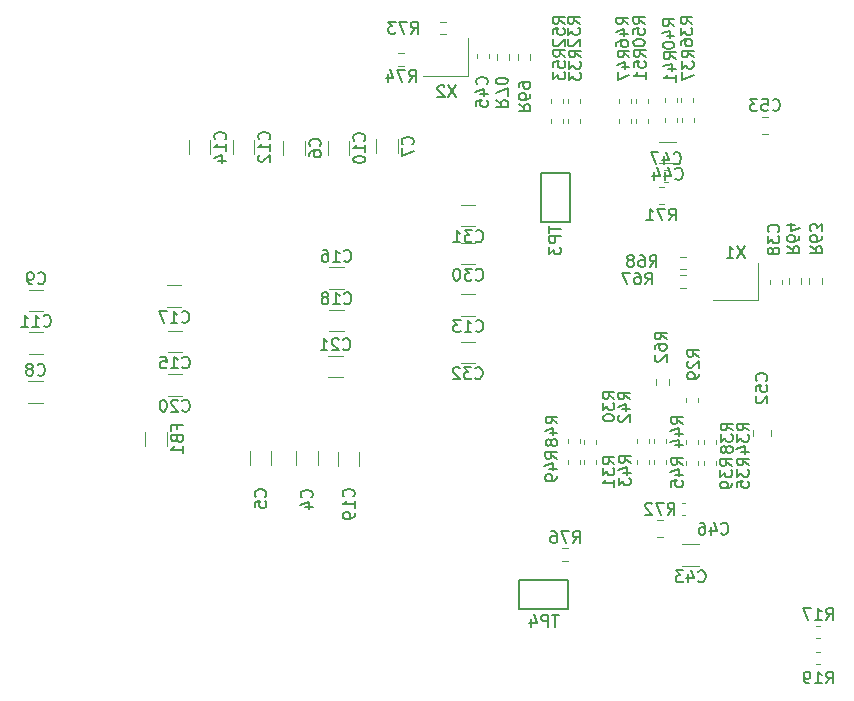
<source format=gbr>
G04 #@! TF.GenerationSoftware,KiCad,Pcbnew,5.1.10-88a1d61d58~90~ubuntu20.04.1*
G04 #@! TF.CreationDate,2021-09-12T22:34:26-04:00*
G04 #@! TF.ProjectId,UnwaryNuc,556e7761-7279-44e7-9563-2e6b69636164,rev?*
G04 #@! TF.SameCoordinates,Original*
G04 #@! TF.FileFunction,Legend,Bot*
G04 #@! TF.FilePolarity,Positive*
%FSLAX46Y46*%
G04 Gerber Fmt 4.6, Leading zero omitted, Abs format (unit mm)*
G04 Created by KiCad (PCBNEW 5.1.10-88a1d61d58~90~ubuntu20.04.1) date 2021-09-12 22:34:26*
%MOMM*%
%LPD*%
G01*
G04 APERTURE LIST*
%ADD10C,0.150000*%
%ADD11C,0.120000*%
G04 APERTURE END LIST*
D10*
X166249200Y-77741200D02*
X166249200Y-73541200D01*
X166249200Y-73541200D02*
X163849200Y-73541200D01*
X163849200Y-73541200D02*
X163849200Y-77741200D01*
X163849200Y-77741200D02*
X166249200Y-77741200D01*
D11*
X165711600Y-69018333D02*
X165711600Y-69360867D01*
X164691600Y-69018333D02*
X164691600Y-69360867D01*
X164673600Y-67659067D02*
X164673600Y-67316533D01*
X165693600Y-67659067D02*
X165693600Y-67316533D01*
X172881300Y-68967533D02*
X172881300Y-69310067D01*
X171861300Y-68967533D02*
X171861300Y-69310067D01*
X171861300Y-67608267D02*
X171861300Y-67265733D01*
X172881300Y-67608267D02*
X172881300Y-67265733D01*
X171426600Y-68967533D02*
X171426600Y-69310067D01*
X170406600Y-68967533D02*
X170406600Y-69310067D01*
X170414500Y-67608267D02*
X170414500Y-67265733D01*
X171434500Y-67608267D02*
X171434500Y-67265733D01*
X175287400Y-68916733D02*
X175287400Y-69259267D01*
X174267400Y-68916733D02*
X174267400Y-69259267D01*
X174273800Y-67557467D02*
X174273800Y-67214933D01*
X175293800Y-67557467D02*
X175293800Y-67214933D01*
X176735200Y-68916733D02*
X176735200Y-69259267D01*
X175715200Y-68916733D02*
X175715200Y-69259267D01*
X175689800Y-67557467D02*
X175689800Y-67214933D01*
X176709800Y-67557467D02*
X176709800Y-67214933D01*
X167108600Y-69018333D02*
X167108600Y-69360867D01*
X166088600Y-69018333D02*
X166088600Y-69360867D01*
X166097000Y-67659067D02*
X166097000Y-67316533D01*
X167117000Y-67659067D02*
X167117000Y-67316533D01*
X166116724Y-106389700D02*
X165607276Y-106389700D01*
X166116724Y-105344700D02*
X165607276Y-105344700D01*
X151738876Y-63434700D02*
X152248324Y-63434700D01*
X151738876Y-64479700D02*
X152248324Y-64479700D01*
X155804324Y-61838100D02*
X155294876Y-61838100D01*
X155804324Y-60793100D02*
X155294876Y-60793100D01*
X174115464Y-104417800D02*
X173661336Y-104417800D01*
X174115464Y-102947800D02*
X173661336Y-102947800D01*
X173762936Y-74753800D02*
X174217064Y-74753800D01*
X173762936Y-76223800D02*
X174217064Y-76223800D01*
X160056300Y-64008724D02*
X160056300Y-63499276D01*
X161101300Y-64008724D02*
X161101300Y-63499276D01*
X161834300Y-64008724D02*
X161834300Y-63499276D01*
X162879300Y-64008724D02*
X162879300Y-63499276D01*
X175614876Y-80655900D02*
X176124324Y-80655900D01*
X175614876Y-81700900D02*
X176124324Y-81700900D01*
X175614876Y-82230700D02*
X176124324Y-82230700D01*
X175614876Y-83275700D02*
X176124324Y-83275700D01*
X184795900Y-83007924D02*
X184795900Y-82498476D01*
X185840900Y-83007924D02*
X185840900Y-82498476D01*
X186523100Y-83007924D02*
X186523100Y-82498476D01*
X187568100Y-83007924D02*
X187568100Y-82498476D01*
X174614100Y-91032876D02*
X174614100Y-91542324D01*
X173569100Y-91032876D02*
X173569100Y-91542324D01*
X183039652Y-70280200D02*
X182517148Y-70280200D01*
X183039652Y-68810200D02*
X182517148Y-68810200D01*
X183259400Y-95344348D02*
X183259400Y-95866852D01*
X181789400Y-95344348D02*
X181789400Y-95866852D01*
X174542667Y-74322400D02*
X174250133Y-74322400D01*
X174542667Y-73302400D02*
X174250133Y-73302400D01*
X176015867Y-102516400D02*
X175723333Y-102516400D01*
X176015867Y-101496400D02*
X175723333Y-101496400D01*
X159412400Y-63506133D02*
X159412400Y-63798667D01*
X158392400Y-63506133D02*
X158392400Y-63798667D01*
X173837548Y-70921200D02*
X175260052Y-70921200D01*
X173837548Y-72741200D02*
X175260052Y-72741200D01*
X175767948Y-105008000D02*
X177190452Y-105008000D01*
X175767948Y-106828000D02*
X177190452Y-106828000D01*
X184202800Y-82657733D02*
X184202800Y-82950267D01*
X183182800Y-82657733D02*
X183182800Y-82950267D01*
X157602000Y-65329000D02*
X153802000Y-65329000D01*
X157602000Y-62179000D02*
X157602000Y-65329000D01*
X182189200Y-84328200D02*
X178389200Y-84328200D01*
X182189200Y-81178200D02*
X182189200Y-84328200D01*
D10*
X161933200Y-108070800D02*
X161933200Y-110470800D01*
X166133200Y-108070800D02*
X161933200Y-108070800D01*
X166133200Y-110470800D02*
X166133200Y-108070800D01*
X161933200Y-110470800D02*
X166133200Y-110470800D01*
D11*
X167083200Y-97847333D02*
X167083200Y-98189867D01*
X166063200Y-97847333D02*
X166063200Y-98189867D01*
X166063200Y-96437267D02*
X166063200Y-96094733D01*
X167083200Y-96437267D02*
X167083200Y-96094733D01*
X174398400Y-97872733D02*
X174398400Y-98215267D01*
X173378400Y-97872733D02*
X173378400Y-98215267D01*
X173378400Y-96462667D02*
X173378400Y-96120133D01*
X174398400Y-96462667D02*
X174398400Y-96120133D01*
X172950600Y-97861333D02*
X172950600Y-98203867D01*
X171930600Y-97861333D02*
X171930600Y-98203867D01*
X171930600Y-96437267D02*
X171930600Y-96094733D01*
X172950600Y-96437267D02*
X172950600Y-96094733D01*
X177141600Y-97948933D02*
X177141600Y-98291467D01*
X176121600Y-97948933D02*
X176121600Y-98291467D01*
X176096200Y-96538867D02*
X176096200Y-96196333D01*
X177116200Y-96538867D02*
X177116200Y-96196333D01*
X178589400Y-97948933D02*
X178589400Y-98291467D01*
X177569400Y-97948933D02*
X177569400Y-98291467D01*
X177588200Y-96538867D02*
X177588200Y-96196333D01*
X178608200Y-96538867D02*
X178608200Y-96196333D01*
X168505600Y-97898133D02*
X168505600Y-98240667D01*
X167485600Y-97898133D02*
X167485600Y-98240667D01*
X167485600Y-96488067D02*
X167485600Y-96145533D01*
X168505600Y-96488067D02*
X168505600Y-96145533D01*
X176070800Y-92932067D02*
X176070800Y-92589533D01*
X177090800Y-92932067D02*
X177090800Y-92589533D01*
X187420067Y-115148000D02*
X187077533Y-115148000D01*
X187420067Y-114128000D02*
X187077533Y-114128000D01*
X187077533Y-111910400D02*
X187420067Y-111910400D01*
X187077533Y-112930400D02*
X187420067Y-112930400D01*
X130306400Y-96664864D02*
X130306400Y-95460736D01*
X132126400Y-96664864D02*
X132126400Y-95460736D01*
X156997936Y-87840000D02*
X158202064Y-87840000D01*
X156997936Y-89660000D02*
X158202064Y-89660000D01*
X157047936Y-76240000D02*
X158252064Y-76240000D01*
X157047936Y-78060000D02*
X158252064Y-78060000D01*
X157047936Y-81310000D02*
X158252064Y-81310000D01*
X157047936Y-79490000D02*
X158252064Y-79490000D01*
X147014564Y-90860000D02*
X145810436Y-90860000D01*
X147014564Y-89040000D02*
X145810436Y-89040000D01*
X132197936Y-90590000D02*
X133402064Y-90590000D01*
X132197936Y-92410000D02*
X133402064Y-92410000D01*
X146613200Y-98403164D02*
X146613200Y-97199036D01*
X148433200Y-98403164D02*
X148433200Y-97199036D01*
X147102064Y-86960000D02*
X145897936Y-86960000D01*
X147102064Y-85140000D02*
X145897936Y-85140000D01*
X132147936Y-83090000D02*
X133352064Y-83090000D01*
X132147936Y-84910000D02*
X133352064Y-84910000D01*
X147102064Y-83360000D02*
X145897936Y-83360000D01*
X147102064Y-81540000D02*
X145897936Y-81540000D01*
X132197936Y-88760000D02*
X133402064Y-88760000D01*
X132197936Y-86940000D02*
X133402064Y-86940000D01*
X133964000Y-71976064D02*
X133964000Y-70771936D01*
X135784000Y-71976064D02*
X135784000Y-70771936D01*
X157047936Y-83840000D02*
X158252064Y-83840000D01*
X157047936Y-85660000D02*
X158252064Y-85660000D01*
X137690000Y-71964564D02*
X137690000Y-70760436D01*
X139510000Y-71964564D02*
X139510000Y-70760436D01*
X121664564Y-88860000D02*
X120460436Y-88860000D01*
X121664564Y-87040000D02*
X120460436Y-87040000D01*
X145740000Y-72064564D02*
X145740000Y-70860436D01*
X147560000Y-72064564D02*
X147560000Y-70860436D01*
X121664564Y-85260000D02*
X120460436Y-85260000D01*
X121664564Y-83440000D02*
X120460436Y-83440000D01*
X121614564Y-93010000D02*
X120410436Y-93010000D01*
X121614564Y-91190000D02*
X120410436Y-91190000D01*
X149840000Y-71914564D02*
X149840000Y-70710436D01*
X151660000Y-71914564D02*
X151660000Y-70710436D01*
X141990000Y-72052064D02*
X141990000Y-70847936D01*
X143810000Y-72052064D02*
X143810000Y-70847936D01*
X139140000Y-98302064D02*
X139140000Y-97097936D01*
X140960000Y-98302064D02*
X140960000Y-97097936D01*
X143090000Y-98302064D02*
X143090000Y-97097936D01*
X144910000Y-98302064D02*
X144910000Y-97097936D01*
D10*
X164501580Y-78036895D02*
X164501580Y-78608323D01*
X165501580Y-78322609D02*
X164501580Y-78322609D01*
X165501580Y-78941657D02*
X164501580Y-78941657D01*
X164501580Y-79322609D01*
X164549200Y-79417847D01*
X164596819Y-79465466D01*
X164692057Y-79513085D01*
X164834914Y-79513085D01*
X164930152Y-79465466D01*
X164977771Y-79417847D01*
X165025390Y-79322609D01*
X165025390Y-78941657D01*
X164501580Y-79846419D02*
X164501580Y-80465466D01*
X164882533Y-80132133D01*
X164882533Y-80274990D01*
X164930152Y-80370228D01*
X164977771Y-80417847D01*
X165073009Y-80465466D01*
X165311104Y-80465466D01*
X165406342Y-80417847D01*
X165453961Y-80370228D01*
X165501580Y-80274990D01*
X165501580Y-79989276D01*
X165453961Y-79894038D01*
X165406342Y-79846419D01*
X165857180Y-63720742D02*
X165380990Y-63387409D01*
X165857180Y-63149314D02*
X164857180Y-63149314D01*
X164857180Y-63530266D01*
X164904800Y-63625504D01*
X164952419Y-63673123D01*
X165047657Y-63720742D01*
X165190514Y-63720742D01*
X165285752Y-63673123D01*
X165333371Y-63625504D01*
X165380990Y-63530266D01*
X165380990Y-63149314D01*
X164857180Y-64625504D02*
X164857180Y-64149314D01*
X165333371Y-64101695D01*
X165285752Y-64149314D01*
X165238133Y-64244552D01*
X165238133Y-64482647D01*
X165285752Y-64577885D01*
X165333371Y-64625504D01*
X165428609Y-64673123D01*
X165666704Y-64673123D01*
X165761942Y-64625504D01*
X165809561Y-64577885D01*
X165857180Y-64482647D01*
X165857180Y-64244552D01*
X165809561Y-64149314D01*
X165761942Y-64101695D01*
X164857180Y-65006457D02*
X164857180Y-65625504D01*
X165238133Y-65292171D01*
X165238133Y-65435028D01*
X165285752Y-65530266D01*
X165333371Y-65577885D01*
X165428609Y-65625504D01*
X165666704Y-65625504D01*
X165761942Y-65577885D01*
X165809561Y-65530266D01*
X165857180Y-65435028D01*
X165857180Y-65149314D01*
X165809561Y-65054076D01*
X165761942Y-65006457D01*
X165806380Y-60926742D02*
X165330190Y-60593409D01*
X165806380Y-60355314D02*
X164806380Y-60355314D01*
X164806380Y-60736266D01*
X164854000Y-60831504D01*
X164901619Y-60879123D01*
X164996857Y-60926742D01*
X165139714Y-60926742D01*
X165234952Y-60879123D01*
X165282571Y-60831504D01*
X165330190Y-60736266D01*
X165330190Y-60355314D01*
X164806380Y-61831504D02*
X164806380Y-61355314D01*
X165282571Y-61307695D01*
X165234952Y-61355314D01*
X165187333Y-61450552D01*
X165187333Y-61688647D01*
X165234952Y-61783885D01*
X165282571Y-61831504D01*
X165377809Y-61879123D01*
X165615904Y-61879123D01*
X165711142Y-61831504D01*
X165758761Y-61783885D01*
X165806380Y-61688647D01*
X165806380Y-61450552D01*
X165758761Y-61355314D01*
X165711142Y-61307695D01*
X164901619Y-62260076D02*
X164854000Y-62307695D01*
X164806380Y-62402933D01*
X164806380Y-62641028D01*
X164854000Y-62736266D01*
X164901619Y-62783885D01*
X164996857Y-62831504D01*
X165092095Y-62831504D01*
X165234952Y-62783885D01*
X165806380Y-62212457D01*
X165806380Y-62831504D01*
X172664380Y-63720742D02*
X172188190Y-63387409D01*
X172664380Y-63149314D02*
X171664380Y-63149314D01*
X171664380Y-63530266D01*
X171712000Y-63625504D01*
X171759619Y-63673123D01*
X171854857Y-63720742D01*
X171997714Y-63720742D01*
X172092952Y-63673123D01*
X172140571Y-63625504D01*
X172188190Y-63530266D01*
X172188190Y-63149314D01*
X171664380Y-64625504D02*
X171664380Y-64149314D01*
X172140571Y-64101695D01*
X172092952Y-64149314D01*
X172045333Y-64244552D01*
X172045333Y-64482647D01*
X172092952Y-64577885D01*
X172140571Y-64625504D01*
X172235809Y-64673123D01*
X172473904Y-64673123D01*
X172569142Y-64625504D01*
X172616761Y-64577885D01*
X172664380Y-64482647D01*
X172664380Y-64244552D01*
X172616761Y-64149314D01*
X172569142Y-64101695D01*
X172664380Y-65625504D02*
X172664380Y-65054076D01*
X172664380Y-65339790D02*
X171664380Y-65339790D01*
X171807238Y-65244552D01*
X171902476Y-65149314D01*
X171950095Y-65054076D01*
X172613580Y-60926742D02*
X172137390Y-60593409D01*
X172613580Y-60355314D02*
X171613580Y-60355314D01*
X171613580Y-60736266D01*
X171661200Y-60831504D01*
X171708819Y-60879123D01*
X171804057Y-60926742D01*
X171946914Y-60926742D01*
X172042152Y-60879123D01*
X172089771Y-60831504D01*
X172137390Y-60736266D01*
X172137390Y-60355314D01*
X171613580Y-61831504D02*
X171613580Y-61355314D01*
X172089771Y-61307695D01*
X172042152Y-61355314D01*
X171994533Y-61450552D01*
X171994533Y-61688647D01*
X172042152Y-61783885D01*
X172089771Y-61831504D01*
X172185009Y-61879123D01*
X172423104Y-61879123D01*
X172518342Y-61831504D01*
X172565961Y-61783885D01*
X172613580Y-61688647D01*
X172613580Y-61450552D01*
X172565961Y-61355314D01*
X172518342Y-61307695D01*
X171613580Y-62498171D02*
X171613580Y-62593409D01*
X171661200Y-62688647D01*
X171708819Y-62736266D01*
X171804057Y-62783885D01*
X171994533Y-62831504D01*
X172232628Y-62831504D01*
X172423104Y-62783885D01*
X172518342Y-62736266D01*
X172565961Y-62688647D01*
X172613580Y-62593409D01*
X172613580Y-62498171D01*
X172565961Y-62402933D01*
X172518342Y-62355314D01*
X172423104Y-62307695D01*
X172232628Y-62260076D01*
X171994533Y-62260076D01*
X171804057Y-62307695D01*
X171708819Y-62355314D01*
X171661200Y-62402933D01*
X171613580Y-62498171D01*
X171292780Y-63771542D02*
X170816590Y-63438209D01*
X171292780Y-63200114D02*
X170292780Y-63200114D01*
X170292780Y-63581066D01*
X170340400Y-63676304D01*
X170388019Y-63723923D01*
X170483257Y-63771542D01*
X170626114Y-63771542D01*
X170721352Y-63723923D01*
X170768971Y-63676304D01*
X170816590Y-63581066D01*
X170816590Y-63200114D01*
X170626114Y-64628685D02*
X171292780Y-64628685D01*
X170245161Y-64390590D02*
X170959447Y-64152495D01*
X170959447Y-64771542D01*
X170292780Y-65057257D02*
X170292780Y-65723923D01*
X171292780Y-65295352D01*
X171191180Y-60977542D02*
X170714990Y-60644209D01*
X171191180Y-60406114D02*
X170191180Y-60406114D01*
X170191180Y-60787066D01*
X170238800Y-60882304D01*
X170286419Y-60929923D01*
X170381657Y-60977542D01*
X170524514Y-60977542D01*
X170619752Y-60929923D01*
X170667371Y-60882304D01*
X170714990Y-60787066D01*
X170714990Y-60406114D01*
X170524514Y-61834685D02*
X171191180Y-61834685D01*
X170143561Y-61596590D02*
X170857847Y-61358495D01*
X170857847Y-61977542D01*
X170191180Y-62787066D02*
X170191180Y-62596590D01*
X170238800Y-62501352D01*
X170286419Y-62453733D01*
X170429276Y-62358495D01*
X170619752Y-62310876D01*
X171000704Y-62310876D01*
X171095942Y-62358495D01*
X171143561Y-62406114D01*
X171191180Y-62501352D01*
X171191180Y-62691828D01*
X171143561Y-62787066D01*
X171095942Y-62834685D01*
X171000704Y-62882304D01*
X170762609Y-62882304D01*
X170667371Y-62834685D01*
X170619752Y-62787066D01*
X170572133Y-62691828D01*
X170572133Y-62501352D01*
X170619752Y-62406114D01*
X170667371Y-62358495D01*
X170762609Y-62310876D01*
X175204380Y-63923942D02*
X174728190Y-63590609D01*
X175204380Y-63352514D02*
X174204380Y-63352514D01*
X174204380Y-63733466D01*
X174252000Y-63828704D01*
X174299619Y-63876323D01*
X174394857Y-63923942D01*
X174537714Y-63923942D01*
X174632952Y-63876323D01*
X174680571Y-63828704D01*
X174728190Y-63733466D01*
X174728190Y-63352514D01*
X174537714Y-64781085D02*
X175204380Y-64781085D01*
X174156761Y-64542990D02*
X174871047Y-64304895D01*
X174871047Y-64923942D01*
X175204380Y-65828704D02*
X175204380Y-65257276D01*
X175204380Y-65542990D02*
X174204380Y-65542990D01*
X174347238Y-65447752D01*
X174442476Y-65352514D01*
X174490095Y-65257276D01*
X175102780Y-61129942D02*
X174626590Y-60796609D01*
X175102780Y-60558514D02*
X174102780Y-60558514D01*
X174102780Y-60939466D01*
X174150400Y-61034704D01*
X174198019Y-61082323D01*
X174293257Y-61129942D01*
X174436114Y-61129942D01*
X174531352Y-61082323D01*
X174578971Y-61034704D01*
X174626590Y-60939466D01*
X174626590Y-60558514D01*
X174436114Y-61987085D02*
X175102780Y-61987085D01*
X174055161Y-61748990D02*
X174769447Y-61510895D01*
X174769447Y-62129942D01*
X174102780Y-62701371D02*
X174102780Y-62796609D01*
X174150400Y-62891847D01*
X174198019Y-62939466D01*
X174293257Y-62987085D01*
X174483733Y-63034704D01*
X174721828Y-63034704D01*
X174912304Y-62987085D01*
X175007542Y-62939466D01*
X175055161Y-62891847D01*
X175102780Y-62796609D01*
X175102780Y-62701371D01*
X175055161Y-62606133D01*
X175007542Y-62558514D01*
X174912304Y-62510895D01*
X174721828Y-62463276D01*
X174483733Y-62463276D01*
X174293257Y-62510895D01*
X174198019Y-62558514D01*
X174150400Y-62606133D01*
X174102780Y-62701371D01*
X176728380Y-63771542D02*
X176252190Y-63438209D01*
X176728380Y-63200114D02*
X175728380Y-63200114D01*
X175728380Y-63581066D01*
X175776000Y-63676304D01*
X175823619Y-63723923D01*
X175918857Y-63771542D01*
X176061714Y-63771542D01*
X176156952Y-63723923D01*
X176204571Y-63676304D01*
X176252190Y-63581066D01*
X176252190Y-63200114D01*
X175728380Y-64104876D02*
X175728380Y-64723923D01*
X176109333Y-64390590D01*
X176109333Y-64533447D01*
X176156952Y-64628685D01*
X176204571Y-64676304D01*
X176299809Y-64723923D01*
X176537904Y-64723923D01*
X176633142Y-64676304D01*
X176680761Y-64628685D01*
X176728380Y-64533447D01*
X176728380Y-64247733D01*
X176680761Y-64152495D01*
X176633142Y-64104876D01*
X175728380Y-65057257D02*
X175728380Y-65723923D01*
X176728380Y-65295352D01*
X176626780Y-60926742D02*
X176150590Y-60593409D01*
X176626780Y-60355314D02*
X175626780Y-60355314D01*
X175626780Y-60736266D01*
X175674400Y-60831504D01*
X175722019Y-60879123D01*
X175817257Y-60926742D01*
X175960114Y-60926742D01*
X176055352Y-60879123D01*
X176102971Y-60831504D01*
X176150590Y-60736266D01*
X176150590Y-60355314D01*
X175626780Y-61260076D02*
X175626780Y-61879123D01*
X176007733Y-61545790D01*
X176007733Y-61688647D01*
X176055352Y-61783885D01*
X176102971Y-61831504D01*
X176198209Y-61879123D01*
X176436304Y-61879123D01*
X176531542Y-61831504D01*
X176579161Y-61783885D01*
X176626780Y-61688647D01*
X176626780Y-61402933D01*
X176579161Y-61307695D01*
X176531542Y-61260076D01*
X175626780Y-62736266D02*
X175626780Y-62545790D01*
X175674400Y-62450552D01*
X175722019Y-62402933D01*
X175864876Y-62307695D01*
X176055352Y-62260076D01*
X176436304Y-62260076D01*
X176531542Y-62307695D01*
X176579161Y-62355314D01*
X176626780Y-62450552D01*
X176626780Y-62641028D01*
X176579161Y-62736266D01*
X176531542Y-62783885D01*
X176436304Y-62831504D01*
X176198209Y-62831504D01*
X176102971Y-62783885D01*
X176055352Y-62736266D01*
X176007733Y-62641028D01*
X176007733Y-62450552D01*
X176055352Y-62355314D01*
X176102971Y-62307695D01*
X176198209Y-62260076D01*
X167177980Y-63771542D02*
X166701790Y-63438209D01*
X167177980Y-63200114D02*
X166177980Y-63200114D01*
X166177980Y-63581066D01*
X166225600Y-63676304D01*
X166273219Y-63723923D01*
X166368457Y-63771542D01*
X166511314Y-63771542D01*
X166606552Y-63723923D01*
X166654171Y-63676304D01*
X166701790Y-63581066D01*
X166701790Y-63200114D01*
X166177980Y-64104876D02*
X166177980Y-64723923D01*
X166558933Y-64390590D01*
X166558933Y-64533447D01*
X166606552Y-64628685D01*
X166654171Y-64676304D01*
X166749409Y-64723923D01*
X166987504Y-64723923D01*
X167082742Y-64676304D01*
X167130361Y-64628685D01*
X167177980Y-64533447D01*
X167177980Y-64247733D01*
X167130361Y-64152495D01*
X167082742Y-64104876D01*
X166177980Y-65057257D02*
X166177980Y-65676304D01*
X166558933Y-65342971D01*
X166558933Y-65485828D01*
X166606552Y-65581066D01*
X166654171Y-65628685D01*
X166749409Y-65676304D01*
X166987504Y-65676304D01*
X167082742Y-65628685D01*
X167130361Y-65581066D01*
X167177980Y-65485828D01*
X167177980Y-65200114D01*
X167130361Y-65104876D01*
X167082742Y-65057257D01*
X167076380Y-60926742D02*
X166600190Y-60593409D01*
X167076380Y-60355314D02*
X166076380Y-60355314D01*
X166076380Y-60736266D01*
X166124000Y-60831504D01*
X166171619Y-60879123D01*
X166266857Y-60926742D01*
X166409714Y-60926742D01*
X166504952Y-60879123D01*
X166552571Y-60831504D01*
X166600190Y-60736266D01*
X166600190Y-60355314D01*
X166076380Y-61260076D02*
X166076380Y-61879123D01*
X166457333Y-61545790D01*
X166457333Y-61688647D01*
X166504952Y-61783885D01*
X166552571Y-61831504D01*
X166647809Y-61879123D01*
X166885904Y-61879123D01*
X166981142Y-61831504D01*
X167028761Y-61783885D01*
X167076380Y-61688647D01*
X167076380Y-61402933D01*
X167028761Y-61307695D01*
X166981142Y-61260076D01*
X166171619Y-62260076D02*
X166124000Y-62307695D01*
X166076380Y-62402933D01*
X166076380Y-62641028D01*
X166124000Y-62736266D01*
X166171619Y-62783885D01*
X166266857Y-62831504D01*
X166362095Y-62831504D01*
X166504952Y-62783885D01*
X167076380Y-62212457D01*
X167076380Y-62831504D01*
X166504857Y-104889580D02*
X166838190Y-104413390D01*
X167076285Y-104889580D02*
X167076285Y-103889580D01*
X166695333Y-103889580D01*
X166600095Y-103937200D01*
X166552476Y-103984819D01*
X166504857Y-104080057D01*
X166504857Y-104222914D01*
X166552476Y-104318152D01*
X166600095Y-104365771D01*
X166695333Y-104413390D01*
X167076285Y-104413390D01*
X166171523Y-103889580D02*
X165504857Y-103889580D01*
X165933428Y-104889580D01*
X164695333Y-103889580D02*
X164885809Y-103889580D01*
X164981047Y-103937200D01*
X165028666Y-103984819D01*
X165123904Y-104127676D01*
X165171523Y-104318152D01*
X165171523Y-104699104D01*
X165123904Y-104794342D01*
X165076285Y-104841961D01*
X164981047Y-104889580D01*
X164790571Y-104889580D01*
X164695333Y-104841961D01*
X164647714Y-104794342D01*
X164600095Y-104699104D01*
X164600095Y-104461009D01*
X164647714Y-104365771D01*
X164695333Y-104318152D01*
X164790571Y-104270533D01*
X164981047Y-104270533D01*
X165076285Y-104318152D01*
X165123904Y-104365771D01*
X165171523Y-104461009D01*
X152636457Y-65839580D02*
X152969790Y-65363390D01*
X153207885Y-65839580D02*
X153207885Y-64839580D01*
X152826933Y-64839580D01*
X152731695Y-64887200D01*
X152684076Y-64934819D01*
X152636457Y-65030057D01*
X152636457Y-65172914D01*
X152684076Y-65268152D01*
X152731695Y-65315771D01*
X152826933Y-65363390D01*
X153207885Y-65363390D01*
X152303123Y-64839580D02*
X151636457Y-64839580D01*
X152065028Y-65839580D01*
X150826933Y-65172914D02*
X150826933Y-65839580D01*
X151065028Y-64791961D02*
X151303123Y-65506247D01*
X150684076Y-65506247D01*
X152788857Y-61767980D02*
X153122190Y-61291790D01*
X153360285Y-61767980D02*
X153360285Y-60767980D01*
X152979333Y-60767980D01*
X152884095Y-60815600D01*
X152836476Y-60863219D01*
X152788857Y-60958457D01*
X152788857Y-61101314D01*
X152836476Y-61196552D01*
X152884095Y-61244171D01*
X152979333Y-61291790D01*
X153360285Y-61291790D01*
X152455523Y-60767980D02*
X151788857Y-60767980D01*
X152217428Y-61767980D01*
X151503142Y-60767980D02*
X150884095Y-60767980D01*
X151217428Y-61148933D01*
X151074571Y-61148933D01*
X150979333Y-61196552D01*
X150931714Y-61244171D01*
X150884095Y-61339409D01*
X150884095Y-61577504D01*
X150931714Y-61672742D01*
X150979333Y-61720361D01*
X151074571Y-61767980D01*
X151360285Y-61767980D01*
X151455523Y-61720361D01*
X151503142Y-61672742D01*
X174531257Y-102485180D02*
X174864590Y-102008990D01*
X175102685Y-102485180D02*
X175102685Y-101485180D01*
X174721733Y-101485180D01*
X174626495Y-101532800D01*
X174578876Y-101580419D01*
X174531257Y-101675657D01*
X174531257Y-101818514D01*
X174578876Y-101913752D01*
X174626495Y-101961371D01*
X174721733Y-102008990D01*
X175102685Y-102008990D01*
X174197923Y-101485180D02*
X173531257Y-101485180D01*
X173959828Y-102485180D01*
X173197923Y-101580419D02*
X173150304Y-101532800D01*
X173055066Y-101485180D01*
X172816971Y-101485180D01*
X172721733Y-101532800D01*
X172674114Y-101580419D01*
X172626495Y-101675657D01*
X172626495Y-101770895D01*
X172674114Y-101913752D01*
X173245542Y-102485180D01*
X172626495Y-102485180D01*
X174632857Y-77591180D02*
X174966190Y-77114990D01*
X175204285Y-77591180D02*
X175204285Y-76591180D01*
X174823333Y-76591180D01*
X174728095Y-76638800D01*
X174680476Y-76686419D01*
X174632857Y-76781657D01*
X174632857Y-76924514D01*
X174680476Y-77019752D01*
X174728095Y-77067371D01*
X174823333Y-77114990D01*
X175204285Y-77114990D01*
X174299523Y-76591180D02*
X173632857Y-76591180D01*
X174061428Y-77591180D01*
X172728095Y-77591180D02*
X173299523Y-77591180D01*
X173013809Y-77591180D02*
X173013809Y-76591180D01*
X173109047Y-76734038D01*
X173204285Y-76829276D01*
X173299523Y-76876895D01*
X159974019Y-67394057D02*
X160450209Y-67727390D01*
X159974019Y-67965485D02*
X160974019Y-67965485D01*
X160974019Y-67584533D01*
X160926400Y-67489295D01*
X160878780Y-67441676D01*
X160783542Y-67394057D01*
X160640685Y-67394057D01*
X160545447Y-67441676D01*
X160497828Y-67489295D01*
X160450209Y-67584533D01*
X160450209Y-67965485D01*
X160974019Y-67060723D02*
X160974019Y-66394057D01*
X159974019Y-66822628D01*
X160974019Y-65822628D02*
X160974019Y-65727390D01*
X160926400Y-65632152D01*
X160878780Y-65584533D01*
X160783542Y-65536914D01*
X160593066Y-65489295D01*
X160354971Y-65489295D01*
X160164495Y-65536914D01*
X160069257Y-65584533D01*
X160021638Y-65632152D01*
X159974019Y-65727390D01*
X159974019Y-65822628D01*
X160021638Y-65917866D01*
X160069257Y-65965485D01*
X160164495Y-66013104D01*
X160354971Y-66060723D01*
X160593066Y-66060723D01*
X160783542Y-66013104D01*
X160878780Y-65965485D01*
X160926400Y-65917866D01*
X160974019Y-65822628D01*
X161904419Y-67749657D02*
X162380609Y-68082990D01*
X161904419Y-68321085D02*
X162904419Y-68321085D01*
X162904419Y-67940133D01*
X162856800Y-67844895D01*
X162809180Y-67797276D01*
X162713942Y-67749657D01*
X162571085Y-67749657D01*
X162475847Y-67797276D01*
X162428228Y-67844895D01*
X162380609Y-67940133D01*
X162380609Y-68321085D01*
X162904419Y-66892514D02*
X162904419Y-67082990D01*
X162856800Y-67178228D01*
X162809180Y-67225847D01*
X162666323Y-67321085D01*
X162475847Y-67368704D01*
X162094895Y-67368704D01*
X161999657Y-67321085D01*
X161952038Y-67273466D01*
X161904419Y-67178228D01*
X161904419Y-66987752D01*
X161952038Y-66892514D01*
X161999657Y-66844895D01*
X162094895Y-66797276D01*
X162332990Y-66797276D01*
X162428228Y-66844895D01*
X162475847Y-66892514D01*
X162523466Y-66987752D01*
X162523466Y-67178228D01*
X162475847Y-67273466D01*
X162428228Y-67321085D01*
X162332990Y-67368704D01*
X161904419Y-66321085D02*
X161904419Y-66130609D01*
X161952038Y-66035371D01*
X161999657Y-65987752D01*
X162142514Y-65892514D01*
X162332990Y-65844895D01*
X162713942Y-65844895D01*
X162809180Y-65892514D01*
X162856800Y-65940133D01*
X162904419Y-66035371D01*
X162904419Y-66225847D01*
X162856800Y-66321085D01*
X162809180Y-66368704D01*
X162713942Y-66416323D01*
X162475847Y-66416323D01*
X162380609Y-66368704D01*
X162332990Y-66321085D01*
X162285371Y-66225847D01*
X162285371Y-66035371D01*
X162332990Y-65940133D01*
X162380609Y-65892514D01*
X162475847Y-65844895D01*
X173007257Y-81529180D02*
X173340590Y-81052990D01*
X173578685Y-81529180D02*
X173578685Y-80529180D01*
X173197733Y-80529180D01*
X173102495Y-80576800D01*
X173054876Y-80624419D01*
X173007257Y-80719657D01*
X173007257Y-80862514D01*
X173054876Y-80957752D01*
X173102495Y-81005371D01*
X173197733Y-81052990D01*
X173578685Y-81052990D01*
X172150114Y-80529180D02*
X172340590Y-80529180D01*
X172435828Y-80576800D01*
X172483447Y-80624419D01*
X172578685Y-80767276D01*
X172626304Y-80957752D01*
X172626304Y-81338704D01*
X172578685Y-81433942D01*
X172531066Y-81481561D01*
X172435828Y-81529180D01*
X172245352Y-81529180D01*
X172150114Y-81481561D01*
X172102495Y-81433942D01*
X172054876Y-81338704D01*
X172054876Y-81100609D01*
X172102495Y-81005371D01*
X172150114Y-80957752D01*
X172245352Y-80910133D01*
X172435828Y-80910133D01*
X172531066Y-80957752D01*
X172578685Y-81005371D01*
X172626304Y-81100609D01*
X171483447Y-80957752D02*
X171578685Y-80910133D01*
X171626304Y-80862514D01*
X171673923Y-80767276D01*
X171673923Y-80719657D01*
X171626304Y-80624419D01*
X171578685Y-80576800D01*
X171483447Y-80529180D01*
X171292971Y-80529180D01*
X171197733Y-80576800D01*
X171150114Y-80624419D01*
X171102495Y-80719657D01*
X171102495Y-80767276D01*
X171150114Y-80862514D01*
X171197733Y-80910133D01*
X171292971Y-80957752D01*
X171483447Y-80957752D01*
X171578685Y-81005371D01*
X171626304Y-81052990D01*
X171673923Y-81148228D01*
X171673923Y-81338704D01*
X171626304Y-81433942D01*
X171578685Y-81481561D01*
X171483447Y-81529180D01*
X171292971Y-81529180D01*
X171197733Y-81481561D01*
X171150114Y-81433942D01*
X171102495Y-81338704D01*
X171102495Y-81148228D01*
X171150114Y-81052990D01*
X171197733Y-81005371D01*
X171292971Y-80957752D01*
X172651657Y-83002380D02*
X172984990Y-82526190D01*
X173223085Y-83002380D02*
X173223085Y-82002380D01*
X172842133Y-82002380D01*
X172746895Y-82050000D01*
X172699276Y-82097619D01*
X172651657Y-82192857D01*
X172651657Y-82335714D01*
X172699276Y-82430952D01*
X172746895Y-82478571D01*
X172842133Y-82526190D01*
X173223085Y-82526190D01*
X171794514Y-82002380D02*
X171984990Y-82002380D01*
X172080228Y-82050000D01*
X172127847Y-82097619D01*
X172223085Y-82240476D01*
X172270704Y-82430952D01*
X172270704Y-82811904D01*
X172223085Y-82907142D01*
X172175466Y-82954761D01*
X172080228Y-83002380D01*
X171889752Y-83002380D01*
X171794514Y-82954761D01*
X171746895Y-82907142D01*
X171699276Y-82811904D01*
X171699276Y-82573809D01*
X171746895Y-82478571D01*
X171794514Y-82430952D01*
X171889752Y-82383333D01*
X172080228Y-82383333D01*
X172175466Y-82430952D01*
X172223085Y-82478571D01*
X172270704Y-82573809D01*
X171365942Y-82002380D02*
X170699276Y-82002380D01*
X171127847Y-83002380D01*
X184662819Y-79789257D02*
X185139009Y-80122590D01*
X184662819Y-80360685D02*
X185662819Y-80360685D01*
X185662819Y-79979733D01*
X185615200Y-79884495D01*
X185567580Y-79836876D01*
X185472342Y-79789257D01*
X185329485Y-79789257D01*
X185234247Y-79836876D01*
X185186628Y-79884495D01*
X185139009Y-79979733D01*
X185139009Y-80360685D01*
X185662819Y-78932114D02*
X185662819Y-79122590D01*
X185615200Y-79217828D01*
X185567580Y-79265447D01*
X185424723Y-79360685D01*
X185234247Y-79408304D01*
X184853295Y-79408304D01*
X184758057Y-79360685D01*
X184710438Y-79313066D01*
X184662819Y-79217828D01*
X184662819Y-79027352D01*
X184710438Y-78932114D01*
X184758057Y-78884495D01*
X184853295Y-78836876D01*
X185091390Y-78836876D01*
X185186628Y-78884495D01*
X185234247Y-78932114D01*
X185281866Y-79027352D01*
X185281866Y-79217828D01*
X185234247Y-79313066D01*
X185186628Y-79360685D01*
X185091390Y-79408304D01*
X185329485Y-77979733D02*
X184662819Y-77979733D01*
X185710438Y-78217828D02*
X184996152Y-78455923D01*
X184996152Y-77836876D01*
X186593219Y-79789257D02*
X187069409Y-80122590D01*
X186593219Y-80360685D02*
X187593219Y-80360685D01*
X187593219Y-79979733D01*
X187545600Y-79884495D01*
X187497980Y-79836876D01*
X187402742Y-79789257D01*
X187259885Y-79789257D01*
X187164647Y-79836876D01*
X187117028Y-79884495D01*
X187069409Y-79979733D01*
X187069409Y-80360685D01*
X187593219Y-78932114D02*
X187593219Y-79122590D01*
X187545600Y-79217828D01*
X187497980Y-79265447D01*
X187355123Y-79360685D01*
X187164647Y-79408304D01*
X186783695Y-79408304D01*
X186688457Y-79360685D01*
X186640838Y-79313066D01*
X186593219Y-79217828D01*
X186593219Y-79027352D01*
X186640838Y-78932114D01*
X186688457Y-78884495D01*
X186783695Y-78836876D01*
X187021790Y-78836876D01*
X187117028Y-78884495D01*
X187164647Y-78932114D01*
X187212266Y-79027352D01*
X187212266Y-79217828D01*
X187164647Y-79313066D01*
X187117028Y-79360685D01*
X187021790Y-79408304D01*
X187593219Y-78503542D02*
X187593219Y-77884495D01*
X187212266Y-78217828D01*
X187212266Y-78074971D01*
X187164647Y-77979733D01*
X187117028Y-77932114D01*
X187021790Y-77884495D01*
X186783695Y-77884495D01*
X186688457Y-77932114D01*
X186640838Y-77979733D01*
X186593219Y-78074971D01*
X186593219Y-78360685D01*
X186640838Y-78455923D01*
X186688457Y-78503542D01*
X174442380Y-87647542D02*
X173966190Y-87314209D01*
X174442380Y-87076114D02*
X173442380Y-87076114D01*
X173442380Y-87457066D01*
X173490000Y-87552304D01*
X173537619Y-87599923D01*
X173632857Y-87647542D01*
X173775714Y-87647542D01*
X173870952Y-87599923D01*
X173918571Y-87552304D01*
X173966190Y-87457066D01*
X173966190Y-87076114D01*
X173442380Y-88504685D02*
X173442380Y-88314209D01*
X173490000Y-88218971D01*
X173537619Y-88171352D01*
X173680476Y-88076114D01*
X173870952Y-88028495D01*
X174251904Y-88028495D01*
X174347142Y-88076114D01*
X174394761Y-88123733D01*
X174442380Y-88218971D01*
X174442380Y-88409447D01*
X174394761Y-88504685D01*
X174347142Y-88552304D01*
X174251904Y-88599923D01*
X174013809Y-88599923D01*
X173918571Y-88552304D01*
X173870952Y-88504685D01*
X173823333Y-88409447D01*
X173823333Y-88218971D01*
X173870952Y-88123733D01*
X173918571Y-88076114D01*
X174013809Y-88028495D01*
X173537619Y-88980876D02*
X173490000Y-89028495D01*
X173442380Y-89123733D01*
X173442380Y-89361828D01*
X173490000Y-89457066D01*
X173537619Y-89504685D01*
X173632857Y-89552304D01*
X173728095Y-89552304D01*
X173870952Y-89504685D01*
X174442380Y-88933257D01*
X174442380Y-89552304D01*
X183421257Y-68222342D02*
X183468876Y-68269961D01*
X183611733Y-68317580D01*
X183706971Y-68317580D01*
X183849828Y-68269961D01*
X183945066Y-68174723D01*
X183992685Y-68079485D01*
X184040304Y-67889009D01*
X184040304Y-67746152D01*
X183992685Y-67555676D01*
X183945066Y-67460438D01*
X183849828Y-67365200D01*
X183706971Y-67317580D01*
X183611733Y-67317580D01*
X183468876Y-67365200D01*
X183421257Y-67412819D01*
X182516495Y-67317580D02*
X182992685Y-67317580D01*
X183040304Y-67793771D01*
X182992685Y-67746152D01*
X182897447Y-67698533D01*
X182659352Y-67698533D01*
X182564114Y-67746152D01*
X182516495Y-67793771D01*
X182468876Y-67889009D01*
X182468876Y-68127104D01*
X182516495Y-68222342D01*
X182564114Y-68269961D01*
X182659352Y-68317580D01*
X182897447Y-68317580D01*
X182992685Y-68269961D01*
X183040304Y-68222342D01*
X182135542Y-67317580D02*
X181516495Y-67317580D01*
X181849828Y-67698533D01*
X181706971Y-67698533D01*
X181611733Y-67746152D01*
X181564114Y-67793771D01*
X181516495Y-67889009D01*
X181516495Y-68127104D01*
X181564114Y-68222342D01*
X181611733Y-68269961D01*
X181706971Y-68317580D01*
X181992685Y-68317580D01*
X182087923Y-68269961D01*
X182135542Y-68222342D01*
X182881542Y-91152742D02*
X182929161Y-91105123D01*
X182976780Y-90962266D01*
X182976780Y-90867028D01*
X182929161Y-90724171D01*
X182833923Y-90628933D01*
X182738685Y-90581314D01*
X182548209Y-90533695D01*
X182405352Y-90533695D01*
X182214876Y-90581314D01*
X182119638Y-90628933D01*
X182024400Y-90724171D01*
X181976780Y-90867028D01*
X181976780Y-90962266D01*
X182024400Y-91105123D01*
X182072019Y-91152742D01*
X181976780Y-92057504D02*
X181976780Y-91581314D01*
X182452971Y-91533695D01*
X182405352Y-91581314D01*
X182357733Y-91676552D01*
X182357733Y-91914647D01*
X182405352Y-92009885D01*
X182452971Y-92057504D01*
X182548209Y-92105123D01*
X182786304Y-92105123D01*
X182881542Y-92057504D01*
X182929161Y-92009885D01*
X182976780Y-91914647D01*
X182976780Y-91676552D01*
X182929161Y-91581314D01*
X182881542Y-91533695D01*
X182072019Y-92486076D02*
X182024400Y-92533695D01*
X181976780Y-92628933D01*
X181976780Y-92867028D01*
X182024400Y-92962266D01*
X182072019Y-93009885D01*
X182167257Y-93057504D01*
X182262495Y-93057504D01*
X182405352Y-93009885D01*
X182976780Y-92438457D01*
X182976780Y-93057504D01*
X175039257Y-72739542D02*
X175086876Y-72787161D01*
X175229733Y-72834780D01*
X175324971Y-72834780D01*
X175467828Y-72787161D01*
X175563066Y-72691923D01*
X175610685Y-72596685D01*
X175658304Y-72406209D01*
X175658304Y-72263352D01*
X175610685Y-72072876D01*
X175563066Y-71977638D01*
X175467828Y-71882400D01*
X175324971Y-71834780D01*
X175229733Y-71834780D01*
X175086876Y-71882400D01*
X175039257Y-71930019D01*
X174182114Y-72168114D02*
X174182114Y-72834780D01*
X174420209Y-71787161D02*
X174658304Y-72501447D01*
X174039257Y-72501447D01*
X173753542Y-71834780D02*
X173086876Y-71834780D01*
X173515447Y-72834780D01*
X179052457Y-104090742D02*
X179100076Y-104138361D01*
X179242933Y-104185980D01*
X179338171Y-104185980D01*
X179481028Y-104138361D01*
X179576266Y-104043123D01*
X179623885Y-103947885D01*
X179671504Y-103757409D01*
X179671504Y-103614552D01*
X179623885Y-103424076D01*
X179576266Y-103328838D01*
X179481028Y-103233600D01*
X179338171Y-103185980D01*
X179242933Y-103185980D01*
X179100076Y-103233600D01*
X179052457Y-103281219D01*
X178195314Y-103519314D02*
X178195314Y-104185980D01*
X178433409Y-103138361D02*
X178671504Y-103852647D01*
X178052457Y-103852647D01*
X177242933Y-103185980D02*
X177433409Y-103185980D01*
X177528647Y-103233600D01*
X177576266Y-103281219D01*
X177671504Y-103424076D01*
X177719123Y-103614552D01*
X177719123Y-103995504D01*
X177671504Y-104090742D01*
X177623885Y-104138361D01*
X177528647Y-104185980D01*
X177338171Y-104185980D01*
X177242933Y-104138361D01*
X177195314Y-104090742D01*
X177147695Y-103995504D01*
X177147695Y-103757409D01*
X177195314Y-103662171D01*
X177242933Y-103614552D01*
X177338171Y-103566933D01*
X177528647Y-103566933D01*
X177623885Y-103614552D01*
X177671504Y-103662171D01*
X177719123Y-103757409D01*
X159208742Y-66057542D02*
X159256361Y-66009923D01*
X159303980Y-65867066D01*
X159303980Y-65771828D01*
X159256361Y-65628971D01*
X159161123Y-65533733D01*
X159065885Y-65486114D01*
X158875409Y-65438495D01*
X158732552Y-65438495D01*
X158542076Y-65486114D01*
X158446838Y-65533733D01*
X158351600Y-65628971D01*
X158303980Y-65771828D01*
X158303980Y-65867066D01*
X158351600Y-66009923D01*
X158399219Y-66057542D01*
X158637314Y-66914685D02*
X159303980Y-66914685D01*
X158256361Y-66676590D02*
X158970647Y-66438495D01*
X158970647Y-67057542D01*
X158303980Y-67914685D02*
X158303980Y-67438495D01*
X158780171Y-67390876D01*
X158732552Y-67438495D01*
X158684933Y-67533733D01*
X158684933Y-67771828D01*
X158732552Y-67867066D01*
X158780171Y-67914685D01*
X158875409Y-67962304D01*
X159113504Y-67962304D01*
X159208742Y-67914685D01*
X159256361Y-67867066D01*
X159303980Y-67771828D01*
X159303980Y-67533733D01*
X159256361Y-67438495D01*
X159208742Y-67390876D01*
X175191657Y-74038342D02*
X175239276Y-74085961D01*
X175382133Y-74133580D01*
X175477371Y-74133580D01*
X175620228Y-74085961D01*
X175715466Y-73990723D01*
X175763085Y-73895485D01*
X175810704Y-73705009D01*
X175810704Y-73562152D01*
X175763085Y-73371676D01*
X175715466Y-73276438D01*
X175620228Y-73181200D01*
X175477371Y-73133580D01*
X175382133Y-73133580D01*
X175239276Y-73181200D01*
X175191657Y-73228819D01*
X174334514Y-73466914D02*
X174334514Y-74133580D01*
X174572609Y-73085961D02*
X174810704Y-73800247D01*
X174191657Y-73800247D01*
X173382133Y-73466914D02*
X173382133Y-74133580D01*
X173620228Y-73085961D02*
X173858323Y-73800247D01*
X173239276Y-73800247D01*
X177122057Y-108125142D02*
X177169676Y-108172761D01*
X177312533Y-108220380D01*
X177407771Y-108220380D01*
X177550628Y-108172761D01*
X177645866Y-108077523D01*
X177693485Y-107982285D01*
X177741104Y-107791809D01*
X177741104Y-107648952D01*
X177693485Y-107458476D01*
X177645866Y-107363238D01*
X177550628Y-107268000D01*
X177407771Y-107220380D01*
X177312533Y-107220380D01*
X177169676Y-107268000D01*
X177122057Y-107315619D01*
X176264914Y-107553714D02*
X176264914Y-108220380D01*
X176503009Y-107172761D02*
X176741104Y-107887047D01*
X176122057Y-107887047D01*
X175836342Y-107220380D02*
X175217295Y-107220380D01*
X175550628Y-107601333D01*
X175407771Y-107601333D01*
X175312533Y-107648952D01*
X175264914Y-107696571D01*
X175217295Y-107791809D01*
X175217295Y-108029904D01*
X175264914Y-108125142D01*
X175312533Y-108172761D01*
X175407771Y-108220380D01*
X175693485Y-108220380D01*
X175788723Y-108172761D01*
X175836342Y-108125142D01*
X183897542Y-78554342D02*
X183945161Y-78506723D01*
X183992780Y-78363866D01*
X183992780Y-78268628D01*
X183945161Y-78125771D01*
X183849923Y-78030533D01*
X183754685Y-77982914D01*
X183564209Y-77935295D01*
X183421352Y-77935295D01*
X183230876Y-77982914D01*
X183135638Y-78030533D01*
X183040400Y-78125771D01*
X182992780Y-78268628D01*
X182992780Y-78363866D01*
X183040400Y-78506723D01*
X183088019Y-78554342D01*
X182992780Y-78887676D02*
X182992780Y-79506723D01*
X183373733Y-79173390D01*
X183373733Y-79316247D01*
X183421352Y-79411485D01*
X183468971Y-79459104D01*
X183564209Y-79506723D01*
X183802304Y-79506723D01*
X183897542Y-79459104D01*
X183945161Y-79411485D01*
X183992780Y-79316247D01*
X183992780Y-79030533D01*
X183945161Y-78935295D01*
X183897542Y-78887676D01*
X183421352Y-80078152D02*
X183373733Y-79982914D01*
X183326114Y-79935295D01*
X183230876Y-79887676D01*
X183183257Y-79887676D01*
X183088019Y-79935295D01*
X183040400Y-79982914D01*
X182992780Y-80078152D01*
X182992780Y-80268628D01*
X183040400Y-80363866D01*
X183088019Y-80411485D01*
X183183257Y-80459104D01*
X183230876Y-80459104D01*
X183326114Y-80411485D01*
X183373733Y-80363866D01*
X183421352Y-80268628D01*
X183421352Y-80078152D01*
X183468971Y-79982914D01*
X183516590Y-79935295D01*
X183611828Y-79887676D01*
X183802304Y-79887676D01*
X183897542Y-79935295D01*
X183945161Y-79982914D01*
X183992780Y-80078152D01*
X183992780Y-80268628D01*
X183945161Y-80363866D01*
X183897542Y-80411485D01*
X183802304Y-80459104D01*
X183611828Y-80459104D01*
X183516590Y-80411485D01*
X183468971Y-80363866D01*
X183421352Y-80268628D01*
X156613123Y-66152780D02*
X155946457Y-67152780D01*
X155946457Y-66152780D02*
X156613123Y-67152780D01*
X155613123Y-66248019D02*
X155565504Y-66200400D01*
X155470266Y-66152780D01*
X155232171Y-66152780D01*
X155136933Y-66200400D01*
X155089314Y-66248019D01*
X155041695Y-66343257D01*
X155041695Y-66438495D01*
X155089314Y-66581352D01*
X155660742Y-67152780D01*
X155041695Y-67152780D01*
X181098723Y-79755580D02*
X180432057Y-80755580D01*
X180432057Y-79755580D02*
X181098723Y-80755580D01*
X179527295Y-80755580D02*
X180098723Y-80755580D01*
X179813009Y-80755580D02*
X179813009Y-79755580D01*
X179908247Y-79898438D01*
X180003485Y-79993676D01*
X180098723Y-80041295D01*
X165295104Y-110973180D02*
X164723676Y-110973180D01*
X165009390Y-111973180D02*
X165009390Y-110973180D01*
X164390342Y-111973180D02*
X164390342Y-110973180D01*
X164009390Y-110973180D01*
X163914152Y-111020800D01*
X163866533Y-111068419D01*
X163818914Y-111163657D01*
X163818914Y-111306514D01*
X163866533Y-111401752D01*
X163914152Y-111449371D01*
X164009390Y-111496990D01*
X164390342Y-111496990D01*
X162961771Y-111306514D02*
X162961771Y-111973180D01*
X163199866Y-110925561D02*
X163437961Y-111639847D01*
X162818914Y-111639847D01*
X165145980Y-97756742D02*
X164669790Y-97423409D01*
X165145980Y-97185314D02*
X164145980Y-97185314D01*
X164145980Y-97566266D01*
X164193600Y-97661504D01*
X164241219Y-97709123D01*
X164336457Y-97756742D01*
X164479314Y-97756742D01*
X164574552Y-97709123D01*
X164622171Y-97661504D01*
X164669790Y-97566266D01*
X164669790Y-97185314D01*
X164479314Y-98613885D02*
X165145980Y-98613885D01*
X164098361Y-98375790D02*
X164812647Y-98137695D01*
X164812647Y-98756742D01*
X165145980Y-99185314D02*
X165145980Y-99375790D01*
X165098361Y-99471028D01*
X165050742Y-99518647D01*
X164907885Y-99613885D01*
X164717409Y-99661504D01*
X164336457Y-99661504D01*
X164241219Y-99613885D01*
X164193600Y-99566266D01*
X164145980Y-99471028D01*
X164145980Y-99280552D01*
X164193600Y-99185314D01*
X164241219Y-99137695D01*
X164336457Y-99090076D01*
X164574552Y-99090076D01*
X164669790Y-99137695D01*
X164717409Y-99185314D01*
X164765028Y-99280552D01*
X164765028Y-99471028D01*
X164717409Y-99566266D01*
X164669790Y-99613885D01*
X164574552Y-99661504D01*
X165196780Y-94759542D02*
X164720590Y-94426209D01*
X165196780Y-94188114D02*
X164196780Y-94188114D01*
X164196780Y-94569066D01*
X164244400Y-94664304D01*
X164292019Y-94711923D01*
X164387257Y-94759542D01*
X164530114Y-94759542D01*
X164625352Y-94711923D01*
X164672971Y-94664304D01*
X164720590Y-94569066D01*
X164720590Y-94188114D01*
X164530114Y-95616685D02*
X165196780Y-95616685D01*
X164149161Y-95378590D02*
X164863447Y-95140495D01*
X164863447Y-95759542D01*
X164625352Y-96283352D02*
X164577733Y-96188114D01*
X164530114Y-96140495D01*
X164434876Y-96092876D01*
X164387257Y-96092876D01*
X164292019Y-96140495D01*
X164244400Y-96188114D01*
X164196780Y-96283352D01*
X164196780Y-96473828D01*
X164244400Y-96569066D01*
X164292019Y-96616685D01*
X164387257Y-96664304D01*
X164434876Y-96664304D01*
X164530114Y-96616685D01*
X164577733Y-96569066D01*
X164625352Y-96473828D01*
X164625352Y-96283352D01*
X164672971Y-96188114D01*
X164720590Y-96140495D01*
X164815828Y-96092876D01*
X165006304Y-96092876D01*
X165101542Y-96140495D01*
X165149161Y-96188114D01*
X165196780Y-96283352D01*
X165196780Y-96473828D01*
X165149161Y-96569066D01*
X165101542Y-96616685D01*
X165006304Y-96664304D01*
X164815828Y-96664304D01*
X164720590Y-96616685D01*
X164672971Y-96569066D01*
X164625352Y-96473828D01*
X175813980Y-98264742D02*
X175337790Y-97931409D01*
X175813980Y-97693314D02*
X174813980Y-97693314D01*
X174813980Y-98074266D01*
X174861600Y-98169504D01*
X174909219Y-98217123D01*
X175004457Y-98264742D01*
X175147314Y-98264742D01*
X175242552Y-98217123D01*
X175290171Y-98169504D01*
X175337790Y-98074266D01*
X175337790Y-97693314D01*
X175147314Y-99121885D02*
X175813980Y-99121885D01*
X174766361Y-98883790D02*
X175480647Y-98645695D01*
X175480647Y-99264742D01*
X174813980Y-100121885D02*
X174813980Y-99645695D01*
X175290171Y-99598076D01*
X175242552Y-99645695D01*
X175194933Y-99740933D01*
X175194933Y-99979028D01*
X175242552Y-100074266D01*
X175290171Y-100121885D01*
X175385409Y-100169504D01*
X175623504Y-100169504D01*
X175718742Y-100121885D01*
X175766361Y-100074266D01*
X175813980Y-99979028D01*
X175813980Y-99740933D01*
X175766361Y-99645695D01*
X175718742Y-99598076D01*
X175813980Y-94810342D02*
X175337790Y-94477009D01*
X175813980Y-94238914D02*
X174813980Y-94238914D01*
X174813980Y-94619866D01*
X174861600Y-94715104D01*
X174909219Y-94762723D01*
X175004457Y-94810342D01*
X175147314Y-94810342D01*
X175242552Y-94762723D01*
X175290171Y-94715104D01*
X175337790Y-94619866D01*
X175337790Y-94238914D01*
X175147314Y-95667485D02*
X175813980Y-95667485D01*
X174766361Y-95429390D02*
X175480647Y-95191295D01*
X175480647Y-95810342D01*
X175147314Y-96619866D02*
X175813980Y-96619866D01*
X174766361Y-96381771D02*
X175480647Y-96143676D01*
X175480647Y-96762723D01*
X171394380Y-98112342D02*
X170918190Y-97779009D01*
X171394380Y-97540914D02*
X170394380Y-97540914D01*
X170394380Y-97921866D01*
X170442000Y-98017104D01*
X170489619Y-98064723D01*
X170584857Y-98112342D01*
X170727714Y-98112342D01*
X170822952Y-98064723D01*
X170870571Y-98017104D01*
X170918190Y-97921866D01*
X170918190Y-97540914D01*
X170727714Y-98969485D02*
X171394380Y-98969485D01*
X170346761Y-98731390D02*
X171061047Y-98493295D01*
X171061047Y-99112342D01*
X170394380Y-99398057D02*
X170394380Y-100017104D01*
X170775333Y-99683771D01*
X170775333Y-99826628D01*
X170822952Y-99921866D01*
X170870571Y-99969485D01*
X170965809Y-100017104D01*
X171203904Y-100017104D01*
X171299142Y-99969485D01*
X171346761Y-99921866D01*
X171394380Y-99826628D01*
X171394380Y-99540914D01*
X171346761Y-99445676D01*
X171299142Y-99398057D01*
X171343580Y-92727542D02*
X170867390Y-92394209D01*
X171343580Y-92156114D02*
X170343580Y-92156114D01*
X170343580Y-92537066D01*
X170391200Y-92632304D01*
X170438819Y-92679923D01*
X170534057Y-92727542D01*
X170676914Y-92727542D01*
X170772152Y-92679923D01*
X170819771Y-92632304D01*
X170867390Y-92537066D01*
X170867390Y-92156114D01*
X170676914Y-93584685D02*
X171343580Y-93584685D01*
X170295961Y-93346590D02*
X171010247Y-93108495D01*
X171010247Y-93727542D01*
X170438819Y-94060876D02*
X170391200Y-94108495D01*
X170343580Y-94203733D01*
X170343580Y-94441828D01*
X170391200Y-94537066D01*
X170438819Y-94584685D01*
X170534057Y-94632304D01*
X170629295Y-94632304D01*
X170772152Y-94584685D01*
X171343580Y-94013257D01*
X171343580Y-94632304D01*
X179979580Y-98366342D02*
X179503390Y-98033009D01*
X179979580Y-97794914D02*
X178979580Y-97794914D01*
X178979580Y-98175866D01*
X179027200Y-98271104D01*
X179074819Y-98318723D01*
X179170057Y-98366342D01*
X179312914Y-98366342D01*
X179408152Y-98318723D01*
X179455771Y-98271104D01*
X179503390Y-98175866D01*
X179503390Y-97794914D01*
X178979580Y-98699676D02*
X178979580Y-99318723D01*
X179360533Y-98985390D01*
X179360533Y-99128247D01*
X179408152Y-99223485D01*
X179455771Y-99271104D01*
X179551009Y-99318723D01*
X179789104Y-99318723D01*
X179884342Y-99271104D01*
X179931961Y-99223485D01*
X179979580Y-99128247D01*
X179979580Y-98842533D01*
X179931961Y-98747295D01*
X179884342Y-98699676D01*
X179979580Y-99794914D02*
X179979580Y-99985390D01*
X179931961Y-100080628D01*
X179884342Y-100128247D01*
X179741485Y-100223485D01*
X179551009Y-100271104D01*
X179170057Y-100271104D01*
X179074819Y-100223485D01*
X179027200Y-100175866D01*
X178979580Y-100080628D01*
X178979580Y-99890152D01*
X179027200Y-99794914D01*
X179074819Y-99747295D01*
X179170057Y-99699676D01*
X179408152Y-99699676D01*
X179503390Y-99747295D01*
X179551009Y-99794914D01*
X179598628Y-99890152D01*
X179598628Y-100080628D01*
X179551009Y-100175866D01*
X179503390Y-100223485D01*
X179408152Y-100271104D01*
X180030380Y-95369142D02*
X179554190Y-95035809D01*
X180030380Y-94797714D02*
X179030380Y-94797714D01*
X179030380Y-95178666D01*
X179078000Y-95273904D01*
X179125619Y-95321523D01*
X179220857Y-95369142D01*
X179363714Y-95369142D01*
X179458952Y-95321523D01*
X179506571Y-95273904D01*
X179554190Y-95178666D01*
X179554190Y-94797714D01*
X179030380Y-95702476D02*
X179030380Y-96321523D01*
X179411333Y-95988190D01*
X179411333Y-96131047D01*
X179458952Y-96226285D01*
X179506571Y-96273904D01*
X179601809Y-96321523D01*
X179839904Y-96321523D01*
X179935142Y-96273904D01*
X179982761Y-96226285D01*
X180030380Y-96131047D01*
X180030380Y-95845333D01*
X179982761Y-95750095D01*
X179935142Y-95702476D01*
X179458952Y-96892952D02*
X179411333Y-96797714D01*
X179363714Y-96750095D01*
X179268476Y-96702476D01*
X179220857Y-96702476D01*
X179125619Y-96750095D01*
X179078000Y-96797714D01*
X179030380Y-96892952D01*
X179030380Y-97083428D01*
X179078000Y-97178666D01*
X179125619Y-97226285D01*
X179220857Y-97273904D01*
X179268476Y-97273904D01*
X179363714Y-97226285D01*
X179411333Y-97178666D01*
X179458952Y-97083428D01*
X179458952Y-96892952D01*
X179506571Y-96797714D01*
X179554190Y-96750095D01*
X179649428Y-96702476D01*
X179839904Y-96702476D01*
X179935142Y-96750095D01*
X179982761Y-96797714D01*
X180030380Y-96892952D01*
X180030380Y-97083428D01*
X179982761Y-97178666D01*
X179935142Y-97226285D01*
X179839904Y-97273904D01*
X179649428Y-97273904D01*
X179554190Y-97226285D01*
X179506571Y-97178666D01*
X179458952Y-97083428D01*
X181401980Y-98315542D02*
X180925790Y-97982209D01*
X181401980Y-97744114D02*
X180401980Y-97744114D01*
X180401980Y-98125066D01*
X180449600Y-98220304D01*
X180497219Y-98267923D01*
X180592457Y-98315542D01*
X180735314Y-98315542D01*
X180830552Y-98267923D01*
X180878171Y-98220304D01*
X180925790Y-98125066D01*
X180925790Y-97744114D01*
X180401980Y-98648876D02*
X180401980Y-99267923D01*
X180782933Y-98934590D01*
X180782933Y-99077447D01*
X180830552Y-99172685D01*
X180878171Y-99220304D01*
X180973409Y-99267923D01*
X181211504Y-99267923D01*
X181306742Y-99220304D01*
X181354361Y-99172685D01*
X181401980Y-99077447D01*
X181401980Y-98791733D01*
X181354361Y-98696495D01*
X181306742Y-98648876D01*
X180401980Y-100172685D02*
X180401980Y-99696495D01*
X180878171Y-99648876D01*
X180830552Y-99696495D01*
X180782933Y-99791733D01*
X180782933Y-100029828D01*
X180830552Y-100125066D01*
X180878171Y-100172685D01*
X180973409Y-100220304D01*
X181211504Y-100220304D01*
X181306742Y-100172685D01*
X181354361Y-100125066D01*
X181401980Y-100029828D01*
X181401980Y-99791733D01*
X181354361Y-99696495D01*
X181306742Y-99648876D01*
X181401980Y-95369142D02*
X180925790Y-95035809D01*
X181401980Y-94797714D02*
X180401980Y-94797714D01*
X180401980Y-95178666D01*
X180449600Y-95273904D01*
X180497219Y-95321523D01*
X180592457Y-95369142D01*
X180735314Y-95369142D01*
X180830552Y-95321523D01*
X180878171Y-95273904D01*
X180925790Y-95178666D01*
X180925790Y-94797714D01*
X180401980Y-95702476D02*
X180401980Y-96321523D01*
X180782933Y-95988190D01*
X180782933Y-96131047D01*
X180830552Y-96226285D01*
X180878171Y-96273904D01*
X180973409Y-96321523D01*
X181211504Y-96321523D01*
X181306742Y-96273904D01*
X181354361Y-96226285D01*
X181401980Y-96131047D01*
X181401980Y-95845333D01*
X181354361Y-95750095D01*
X181306742Y-95702476D01*
X180735314Y-97178666D02*
X181401980Y-97178666D01*
X180354361Y-96940571D02*
X181068647Y-96702476D01*
X181068647Y-97321523D01*
X170022780Y-98213942D02*
X169546590Y-97880609D01*
X170022780Y-97642514D02*
X169022780Y-97642514D01*
X169022780Y-98023466D01*
X169070400Y-98118704D01*
X169118019Y-98166323D01*
X169213257Y-98213942D01*
X169356114Y-98213942D01*
X169451352Y-98166323D01*
X169498971Y-98118704D01*
X169546590Y-98023466D01*
X169546590Y-97642514D01*
X169022780Y-98547276D02*
X169022780Y-99166323D01*
X169403733Y-98832990D01*
X169403733Y-98975847D01*
X169451352Y-99071085D01*
X169498971Y-99118704D01*
X169594209Y-99166323D01*
X169832304Y-99166323D01*
X169927542Y-99118704D01*
X169975161Y-99071085D01*
X170022780Y-98975847D01*
X170022780Y-98690133D01*
X169975161Y-98594895D01*
X169927542Y-98547276D01*
X170022780Y-100118704D02*
X170022780Y-99547276D01*
X170022780Y-99832990D02*
X169022780Y-99832990D01*
X169165638Y-99737752D01*
X169260876Y-99642514D01*
X169308495Y-99547276D01*
X170022780Y-92676742D02*
X169546590Y-92343409D01*
X170022780Y-92105314D02*
X169022780Y-92105314D01*
X169022780Y-92486266D01*
X169070400Y-92581504D01*
X169118019Y-92629123D01*
X169213257Y-92676742D01*
X169356114Y-92676742D01*
X169451352Y-92629123D01*
X169498971Y-92581504D01*
X169546590Y-92486266D01*
X169546590Y-92105314D01*
X169022780Y-93010076D02*
X169022780Y-93629123D01*
X169403733Y-93295790D01*
X169403733Y-93438647D01*
X169451352Y-93533885D01*
X169498971Y-93581504D01*
X169594209Y-93629123D01*
X169832304Y-93629123D01*
X169927542Y-93581504D01*
X169975161Y-93533885D01*
X170022780Y-93438647D01*
X170022780Y-93152933D01*
X169975161Y-93057695D01*
X169927542Y-93010076D01*
X169022780Y-94248171D02*
X169022780Y-94343409D01*
X169070400Y-94438647D01*
X169118019Y-94486266D01*
X169213257Y-94533885D01*
X169403733Y-94581504D01*
X169641828Y-94581504D01*
X169832304Y-94533885D01*
X169927542Y-94486266D01*
X169975161Y-94438647D01*
X170022780Y-94343409D01*
X170022780Y-94248171D01*
X169975161Y-94152933D01*
X169927542Y-94105314D01*
X169832304Y-94057695D01*
X169641828Y-94010076D01*
X169403733Y-94010076D01*
X169213257Y-94057695D01*
X169118019Y-94105314D01*
X169070400Y-94152933D01*
X169022780Y-94248171D01*
X177185580Y-89120742D02*
X176709390Y-88787409D01*
X177185580Y-88549314D02*
X176185580Y-88549314D01*
X176185580Y-88930266D01*
X176233200Y-89025504D01*
X176280819Y-89073123D01*
X176376057Y-89120742D01*
X176518914Y-89120742D01*
X176614152Y-89073123D01*
X176661771Y-89025504D01*
X176709390Y-88930266D01*
X176709390Y-88549314D01*
X176280819Y-89501695D02*
X176233200Y-89549314D01*
X176185580Y-89644552D01*
X176185580Y-89882647D01*
X176233200Y-89977885D01*
X176280819Y-90025504D01*
X176376057Y-90073123D01*
X176471295Y-90073123D01*
X176614152Y-90025504D01*
X177185580Y-89454076D01*
X177185580Y-90073123D01*
X177185580Y-90549314D02*
X177185580Y-90739790D01*
X177137961Y-90835028D01*
X177090342Y-90882647D01*
X176947485Y-90977885D01*
X176757009Y-91025504D01*
X176376057Y-91025504D01*
X176280819Y-90977885D01*
X176233200Y-90930266D01*
X176185580Y-90835028D01*
X176185580Y-90644552D01*
X176233200Y-90549314D01*
X176280819Y-90501695D01*
X176376057Y-90454076D01*
X176614152Y-90454076D01*
X176709390Y-90501695D01*
X176757009Y-90549314D01*
X176804628Y-90644552D01*
X176804628Y-90835028D01*
X176757009Y-90930266D01*
X176709390Y-90977885D01*
X176614152Y-91025504D01*
X187942457Y-116784380D02*
X188275790Y-116308190D01*
X188513885Y-116784380D02*
X188513885Y-115784380D01*
X188132933Y-115784380D01*
X188037695Y-115832000D01*
X187990076Y-115879619D01*
X187942457Y-115974857D01*
X187942457Y-116117714D01*
X187990076Y-116212952D01*
X188037695Y-116260571D01*
X188132933Y-116308190D01*
X188513885Y-116308190D01*
X186990076Y-116784380D02*
X187561504Y-116784380D01*
X187275790Y-116784380D02*
X187275790Y-115784380D01*
X187371028Y-115927238D01*
X187466266Y-116022476D01*
X187561504Y-116070095D01*
X186513885Y-116784380D02*
X186323409Y-116784380D01*
X186228171Y-116736761D01*
X186180552Y-116689142D01*
X186085314Y-116546285D01*
X186037695Y-116355809D01*
X186037695Y-115974857D01*
X186085314Y-115879619D01*
X186132933Y-115832000D01*
X186228171Y-115784380D01*
X186418647Y-115784380D01*
X186513885Y-115832000D01*
X186561504Y-115879619D01*
X186609123Y-115974857D01*
X186609123Y-116212952D01*
X186561504Y-116308190D01*
X186513885Y-116355809D01*
X186418647Y-116403428D01*
X186228171Y-116403428D01*
X186132933Y-116355809D01*
X186085314Y-116308190D01*
X186037695Y-116212952D01*
X187942457Y-111399580D02*
X188275790Y-110923390D01*
X188513885Y-111399580D02*
X188513885Y-110399580D01*
X188132933Y-110399580D01*
X188037695Y-110447200D01*
X187990076Y-110494819D01*
X187942457Y-110590057D01*
X187942457Y-110732914D01*
X187990076Y-110828152D01*
X188037695Y-110875771D01*
X188132933Y-110923390D01*
X188513885Y-110923390D01*
X186990076Y-111399580D02*
X187561504Y-111399580D01*
X187275790Y-111399580D02*
X187275790Y-110399580D01*
X187371028Y-110542438D01*
X187466266Y-110637676D01*
X187561504Y-110685295D01*
X186656742Y-110399580D02*
X185990076Y-110399580D01*
X186418647Y-111399580D01*
X132964971Y-95229466D02*
X132964971Y-94896133D01*
X133488780Y-94896133D02*
X132488780Y-94896133D01*
X132488780Y-95372323D01*
X132964971Y-96086609D02*
X133012590Y-96229466D01*
X133060209Y-96277085D01*
X133155447Y-96324704D01*
X133298304Y-96324704D01*
X133393542Y-96277085D01*
X133441161Y-96229466D01*
X133488780Y-96134228D01*
X133488780Y-95753276D01*
X132488780Y-95753276D01*
X132488780Y-96086609D01*
X132536400Y-96181847D01*
X132584019Y-96229466D01*
X132679257Y-96277085D01*
X132774495Y-96277085D01*
X132869733Y-96229466D01*
X132917352Y-96181847D01*
X132964971Y-96086609D01*
X132964971Y-95753276D01*
X133488780Y-97277085D02*
X133488780Y-96705657D01*
X133488780Y-96991371D02*
X132488780Y-96991371D01*
X132631638Y-96896133D01*
X132726876Y-96800895D01*
X132774495Y-96705657D01*
X158242857Y-90927142D02*
X158290476Y-90974761D01*
X158433333Y-91022380D01*
X158528571Y-91022380D01*
X158671428Y-90974761D01*
X158766666Y-90879523D01*
X158814285Y-90784285D01*
X158861904Y-90593809D01*
X158861904Y-90450952D01*
X158814285Y-90260476D01*
X158766666Y-90165238D01*
X158671428Y-90070000D01*
X158528571Y-90022380D01*
X158433333Y-90022380D01*
X158290476Y-90070000D01*
X158242857Y-90117619D01*
X157909523Y-90022380D02*
X157290476Y-90022380D01*
X157623809Y-90403333D01*
X157480952Y-90403333D01*
X157385714Y-90450952D01*
X157338095Y-90498571D01*
X157290476Y-90593809D01*
X157290476Y-90831904D01*
X157338095Y-90927142D01*
X157385714Y-90974761D01*
X157480952Y-91022380D01*
X157766666Y-91022380D01*
X157861904Y-90974761D01*
X157909523Y-90927142D01*
X156909523Y-90117619D02*
X156861904Y-90070000D01*
X156766666Y-90022380D01*
X156528571Y-90022380D01*
X156433333Y-90070000D01*
X156385714Y-90117619D01*
X156338095Y-90212857D01*
X156338095Y-90308095D01*
X156385714Y-90450952D01*
X156957142Y-91022380D01*
X156338095Y-91022380D01*
X158292857Y-79327142D02*
X158340476Y-79374761D01*
X158483333Y-79422380D01*
X158578571Y-79422380D01*
X158721428Y-79374761D01*
X158816666Y-79279523D01*
X158864285Y-79184285D01*
X158911904Y-78993809D01*
X158911904Y-78850952D01*
X158864285Y-78660476D01*
X158816666Y-78565238D01*
X158721428Y-78470000D01*
X158578571Y-78422380D01*
X158483333Y-78422380D01*
X158340476Y-78470000D01*
X158292857Y-78517619D01*
X157959523Y-78422380D02*
X157340476Y-78422380D01*
X157673809Y-78803333D01*
X157530952Y-78803333D01*
X157435714Y-78850952D01*
X157388095Y-78898571D01*
X157340476Y-78993809D01*
X157340476Y-79231904D01*
X157388095Y-79327142D01*
X157435714Y-79374761D01*
X157530952Y-79422380D01*
X157816666Y-79422380D01*
X157911904Y-79374761D01*
X157959523Y-79327142D01*
X156388095Y-79422380D02*
X156959523Y-79422380D01*
X156673809Y-79422380D02*
X156673809Y-78422380D01*
X156769047Y-78565238D01*
X156864285Y-78660476D01*
X156959523Y-78708095D01*
X158292857Y-82577142D02*
X158340476Y-82624761D01*
X158483333Y-82672380D01*
X158578571Y-82672380D01*
X158721428Y-82624761D01*
X158816666Y-82529523D01*
X158864285Y-82434285D01*
X158911904Y-82243809D01*
X158911904Y-82100952D01*
X158864285Y-81910476D01*
X158816666Y-81815238D01*
X158721428Y-81720000D01*
X158578571Y-81672380D01*
X158483333Y-81672380D01*
X158340476Y-81720000D01*
X158292857Y-81767619D01*
X157959523Y-81672380D02*
X157340476Y-81672380D01*
X157673809Y-82053333D01*
X157530952Y-82053333D01*
X157435714Y-82100952D01*
X157388095Y-82148571D01*
X157340476Y-82243809D01*
X157340476Y-82481904D01*
X157388095Y-82577142D01*
X157435714Y-82624761D01*
X157530952Y-82672380D01*
X157816666Y-82672380D01*
X157911904Y-82624761D01*
X157959523Y-82577142D01*
X156721428Y-81672380D02*
X156626190Y-81672380D01*
X156530952Y-81720000D01*
X156483333Y-81767619D01*
X156435714Y-81862857D01*
X156388095Y-82053333D01*
X156388095Y-82291428D01*
X156435714Y-82481904D01*
X156483333Y-82577142D01*
X156530952Y-82624761D01*
X156626190Y-82672380D01*
X156721428Y-82672380D01*
X156816666Y-82624761D01*
X156864285Y-82577142D01*
X156911904Y-82481904D01*
X156959523Y-82291428D01*
X156959523Y-82053333D01*
X156911904Y-81862857D01*
X156864285Y-81767619D01*
X156816666Y-81720000D01*
X156721428Y-81672380D01*
X147055357Y-88487142D02*
X147102976Y-88534761D01*
X147245833Y-88582380D01*
X147341071Y-88582380D01*
X147483928Y-88534761D01*
X147579166Y-88439523D01*
X147626785Y-88344285D01*
X147674404Y-88153809D01*
X147674404Y-88010952D01*
X147626785Y-87820476D01*
X147579166Y-87725238D01*
X147483928Y-87630000D01*
X147341071Y-87582380D01*
X147245833Y-87582380D01*
X147102976Y-87630000D01*
X147055357Y-87677619D01*
X146674404Y-87677619D02*
X146626785Y-87630000D01*
X146531547Y-87582380D01*
X146293452Y-87582380D01*
X146198214Y-87630000D01*
X146150595Y-87677619D01*
X146102976Y-87772857D01*
X146102976Y-87868095D01*
X146150595Y-88010952D01*
X146722023Y-88582380D01*
X146102976Y-88582380D01*
X145150595Y-88582380D02*
X145722023Y-88582380D01*
X145436309Y-88582380D02*
X145436309Y-87582380D01*
X145531547Y-87725238D01*
X145626785Y-87820476D01*
X145722023Y-87868095D01*
X133442857Y-93677142D02*
X133490476Y-93724761D01*
X133633333Y-93772380D01*
X133728571Y-93772380D01*
X133871428Y-93724761D01*
X133966666Y-93629523D01*
X134014285Y-93534285D01*
X134061904Y-93343809D01*
X134061904Y-93200952D01*
X134014285Y-93010476D01*
X133966666Y-92915238D01*
X133871428Y-92820000D01*
X133728571Y-92772380D01*
X133633333Y-92772380D01*
X133490476Y-92820000D01*
X133442857Y-92867619D01*
X133061904Y-92867619D02*
X133014285Y-92820000D01*
X132919047Y-92772380D01*
X132680952Y-92772380D01*
X132585714Y-92820000D01*
X132538095Y-92867619D01*
X132490476Y-92962857D01*
X132490476Y-93058095D01*
X132538095Y-93200952D01*
X133109523Y-93772380D01*
X132490476Y-93772380D01*
X131871428Y-92772380D02*
X131776190Y-92772380D01*
X131680952Y-92820000D01*
X131633333Y-92867619D01*
X131585714Y-92962857D01*
X131538095Y-93153333D01*
X131538095Y-93391428D01*
X131585714Y-93581904D01*
X131633333Y-93677142D01*
X131680952Y-93724761D01*
X131776190Y-93772380D01*
X131871428Y-93772380D01*
X131966666Y-93724761D01*
X132014285Y-93677142D01*
X132061904Y-93581904D01*
X132109523Y-93391428D01*
X132109523Y-93153333D01*
X132061904Y-92962857D01*
X132014285Y-92867619D01*
X131966666Y-92820000D01*
X131871428Y-92772380D01*
X147931142Y-100957142D02*
X147978761Y-100909523D01*
X148026380Y-100766666D01*
X148026380Y-100671428D01*
X147978761Y-100528571D01*
X147883523Y-100433333D01*
X147788285Y-100385714D01*
X147597809Y-100338095D01*
X147454952Y-100338095D01*
X147264476Y-100385714D01*
X147169238Y-100433333D01*
X147074000Y-100528571D01*
X147026380Y-100671428D01*
X147026380Y-100766666D01*
X147074000Y-100909523D01*
X147121619Y-100957142D01*
X148026380Y-101909523D02*
X148026380Y-101338095D01*
X148026380Y-101623809D02*
X147026380Y-101623809D01*
X147169238Y-101528571D01*
X147264476Y-101433333D01*
X147312095Y-101338095D01*
X148026380Y-102385714D02*
X148026380Y-102576190D01*
X147978761Y-102671428D01*
X147931142Y-102719047D01*
X147788285Y-102814285D01*
X147597809Y-102861904D01*
X147216857Y-102861904D01*
X147121619Y-102814285D01*
X147074000Y-102766666D01*
X147026380Y-102671428D01*
X147026380Y-102480952D01*
X147074000Y-102385714D01*
X147121619Y-102338095D01*
X147216857Y-102290476D01*
X147454952Y-102290476D01*
X147550190Y-102338095D01*
X147597809Y-102385714D01*
X147645428Y-102480952D01*
X147645428Y-102671428D01*
X147597809Y-102766666D01*
X147550190Y-102814285D01*
X147454952Y-102861904D01*
X147142857Y-84587142D02*
X147190476Y-84634761D01*
X147333333Y-84682380D01*
X147428571Y-84682380D01*
X147571428Y-84634761D01*
X147666666Y-84539523D01*
X147714285Y-84444285D01*
X147761904Y-84253809D01*
X147761904Y-84110952D01*
X147714285Y-83920476D01*
X147666666Y-83825238D01*
X147571428Y-83730000D01*
X147428571Y-83682380D01*
X147333333Y-83682380D01*
X147190476Y-83730000D01*
X147142857Y-83777619D01*
X146190476Y-84682380D02*
X146761904Y-84682380D01*
X146476190Y-84682380D02*
X146476190Y-83682380D01*
X146571428Y-83825238D01*
X146666666Y-83920476D01*
X146761904Y-83968095D01*
X145619047Y-84110952D02*
X145714285Y-84063333D01*
X145761904Y-84015714D01*
X145809523Y-83920476D01*
X145809523Y-83872857D01*
X145761904Y-83777619D01*
X145714285Y-83730000D01*
X145619047Y-83682380D01*
X145428571Y-83682380D01*
X145333333Y-83730000D01*
X145285714Y-83777619D01*
X145238095Y-83872857D01*
X145238095Y-83920476D01*
X145285714Y-84015714D01*
X145333333Y-84063333D01*
X145428571Y-84110952D01*
X145619047Y-84110952D01*
X145714285Y-84158571D01*
X145761904Y-84206190D01*
X145809523Y-84301428D01*
X145809523Y-84491904D01*
X145761904Y-84587142D01*
X145714285Y-84634761D01*
X145619047Y-84682380D01*
X145428571Y-84682380D01*
X145333333Y-84634761D01*
X145285714Y-84587142D01*
X145238095Y-84491904D01*
X145238095Y-84301428D01*
X145285714Y-84206190D01*
X145333333Y-84158571D01*
X145428571Y-84110952D01*
X133392857Y-86177142D02*
X133440476Y-86224761D01*
X133583333Y-86272380D01*
X133678571Y-86272380D01*
X133821428Y-86224761D01*
X133916666Y-86129523D01*
X133964285Y-86034285D01*
X134011904Y-85843809D01*
X134011904Y-85700952D01*
X133964285Y-85510476D01*
X133916666Y-85415238D01*
X133821428Y-85320000D01*
X133678571Y-85272380D01*
X133583333Y-85272380D01*
X133440476Y-85320000D01*
X133392857Y-85367619D01*
X132440476Y-86272380D02*
X133011904Y-86272380D01*
X132726190Y-86272380D02*
X132726190Y-85272380D01*
X132821428Y-85415238D01*
X132916666Y-85510476D01*
X133011904Y-85558095D01*
X132107142Y-85272380D02*
X131440476Y-85272380D01*
X131869047Y-86272380D01*
X147142857Y-80987142D02*
X147190476Y-81034761D01*
X147333333Y-81082380D01*
X147428571Y-81082380D01*
X147571428Y-81034761D01*
X147666666Y-80939523D01*
X147714285Y-80844285D01*
X147761904Y-80653809D01*
X147761904Y-80510952D01*
X147714285Y-80320476D01*
X147666666Y-80225238D01*
X147571428Y-80130000D01*
X147428571Y-80082380D01*
X147333333Y-80082380D01*
X147190476Y-80130000D01*
X147142857Y-80177619D01*
X146190476Y-81082380D02*
X146761904Y-81082380D01*
X146476190Y-81082380D02*
X146476190Y-80082380D01*
X146571428Y-80225238D01*
X146666666Y-80320476D01*
X146761904Y-80368095D01*
X145333333Y-80082380D02*
X145523809Y-80082380D01*
X145619047Y-80130000D01*
X145666666Y-80177619D01*
X145761904Y-80320476D01*
X145809523Y-80510952D01*
X145809523Y-80891904D01*
X145761904Y-80987142D01*
X145714285Y-81034761D01*
X145619047Y-81082380D01*
X145428571Y-81082380D01*
X145333333Y-81034761D01*
X145285714Y-80987142D01*
X145238095Y-80891904D01*
X145238095Y-80653809D01*
X145285714Y-80558571D01*
X145333333Y-80510952D01*
X145428571Y-80463333D01*
X145619047Y-80463333D01*
X145714285Y-80510952D01*
X145761904Y-80558571D01*
X145809523Y-80653809D01*
X133442857Y-90027142D02*
X133490476Y-90074761D01*
X133633333Y-90122380D01*
X133728571Y-90122380D01*
X133871428Y-90074761D01*
X133966666Y-89979523D01*
X134014285Y-89884285D01*
X134061904Y-89693809D01*
X134061904Y-89550952D01*
X134014285Y-89360476D01*
X133966666Y-89265238D01*
X133871428Y-89170000D01*
X133728571Y-89122380D01*
X133633333Y-89122380D01*
X133490476Y-89170000D01*
X133442857Y-89217619D01*
X132490476Y-90122380D02*
X133061904Y-90122380D01*
X132776190Y-90122380D02*
X132776190Y-89122380D01*
X132871428Y-89265238D01*
X132966666Y-89360476D01*
X133061904Y-89408095D01*
X131585714Y-89122380D02*
X132061904Y-89122380D01*
X132109523Y-89598571D01*
X132061904Y-89550952D01*
X131966666Y-89503333D01*
X131728571Y-89503333D01*
X131633333Y-89550952D01*
X131585714Y-89598571D01*
X131538095Y-89693809D01*
X131538095Y-89931904D01*
X131585714Y-90027142D01*
X131633333Y-90074761D01*
X131728571Y-90122380D01*
X131966666Y-90122380D01*
X132061904Y-90074761D01*
X132109523Y-90027142D01*
X137051142Y-70731142D02*
X137098761Y-70683523D01*
X137146380Y-70540666D01*
X137146380Y-70445428D01*
X137098761Y-70302571D01*
X137003523Y-70207333D01*
X136908285Y-70159714D01*
X136717809Y-70112095D01*
X136574952Y-70112095D01*
X136384476Y-70159714D01*
X136289238Y-70207333D01*
X136194000Y-70302571D01*
X136146380Y-70445428D01*
X136146380Y-70540666D01*
X136194000Y-70683523D01*
X136241619Y-70731142D01*
X137146380Y-71683523D02*
X137146380Y-71112095D01*
X137146380Y-71397809D02*
X136146380Y-71397809D01*
X136289238Y-71302571D01*
X136384476Y-71207333D01*
X136432095Y-71112095D01*
X136479714Y-72540666D02*
X137146380Y-72540666D01*
X136098761Y-72302571D02*
X136813047Y-72064476D01*
X136813047Y-72683523D01*
X158292857Y-86927142D02*
X158340476Y-86974761D01*
X158483333Y-87022380D01*
X158578571Y-87022380D01*
X158721428Y-86974761D01*
X158816666Y-86879523D01*
X158864285Y-86784285D01*
X158911904Y-86593809D01*
X158911904Y-86450952D01*
X158864285Y-86260476D01*
X158816666Y-86165238D01*
X158721428Y-86070000D01*
X158578571Y-86022380D01*
X158483333Y-86022380D01*
X158340476Y-86070000D01*
X158292857Y-86117619D01*
X157340476Y-87022380D02*
X157911904Y-87022380D01*
X157626190Y-87022380D02*
X157626190Y-86022380D01*
X157721428Y-86165238D01*
X157816666Y-86260476D01*
X157911904Y-86308095D01*
X157007142Y-86022380D02*
X156388095Y-86022380D01*
X156721428Y-86403333D01*
X156578571Y-86403333D01*
X156483333Y-86450952D01*
X156435714Y-86498571D01*
X156388095Y-86593809D01*
X156388095Y-86831904D01*
X156435714Y-86927142D01*
X156483333Y-86974761D01*
X156578571Y-87022380D01*
X156864285Y-87022380D01*
X156959523Y-86974761D01*
X157007142Y-86927142D01*
X140777142Y-70719642D02*
X140824761Y-70672023D01*
X140872380Y-70529166D01*
X140872380Y-70433928D01*
X140824761Y-70291071D01*
X140729523Y-70195833D01*
X140634285Y-70148214D01*
X140443809Y-70100595D01*
X140300952Y-70100595D01*
X140110476Y-70148214D01*
X140015238Y-70195833D01*
X139920000Y-70291071D01*
X139872380Y-70433928D01*
X139872380Y-70529166D01*
X139920000Y-70672023D01*
X139967619Y-70719642D01*
X140872380Y-71672023D02*
X140872380Y-71100595D01*
X140872380Y-71386309D02*
X139872380Y-71386309D01*
X140015238Y-71291071D01*
X140110476Y-71195833D01*
X140158095Y-71100595D01*
X139967619Y-72052976D02*
X139920000Y-72100595D01*
X139872380Y-72195833D01*
X139872380Y-72433928D01*
X139920000Y-72529166D01*
X139967619Y-72576785D01*
X140062857Y-72624404D01*
X140158095Y-72624404D01*
X140300952Y-72576785D01*
X140872380Y-72005357D01*
X140872380Y-72624404D01*
X121705357Y-86487142D02*
X121752976Y-86534761D01*
X121895833Y-86582380D01*
X121991071Y-86582380D01*
X122133928Y-86534761D01*
X122229166Y-86439523D01*
X122276785Y-86344285D01*
X122324404Y-86153809D01*
X122324404Y-86010952D01*
X122276785Y-85820476D01*
X122229166Y-85725238D01*
X122133928Y-85630000D01*
X121991071Y-85582380D01*
X121895833Y-85582380D01*
X121752976Y-85630000D01*
X121705357Y-85677619D01*
X120752976Y-86582380D02*
X121324404Y-86582380D01*
X121038690Y-86582380D02*
X121038690Y-85582380D01*
X121133928Y-85725238D01*
X121229166Y-85820476D01*
X121324404Y-85868095D01*
X119800595Y-86582380D02*
X120372023Y-86582380D01*
X120086309Y-86582380D02*
X120086309Y-85582380D01*
X120181547Y-85725238D01*
X120276785Y-85820476D01*
X120372023Y-85868095D01*
X148827142Y-70819642D02*
X148874761Y-70772023D01*
X148922380Y-70629166D01*
X148922380Y-70533928D01*
X148874761Y-70391071D01*
X148779523Y-70295833D01*
X148684285Y-70248214D01*
X148493809Y-70200595D01*
X148350952Y-70200595D01*
X148160476Y-70248214D01*
X148065238Y-70295833D01*
X147970000Y-70391071D01*
X147922380Y-70533928D01*
X147922380Y-70629166D01*
X147970000Y-70772023D01*
X148017619Y-70819642D01*
X148922380Y-71772023D02*
X148922380Y-71200595D01*
X148922380Y-71486309D02*
X147922380Y-71486309D01*
X148065238Y-71391071D01*
X148160476Y-71295833D01*
X148208095Y-71200595D01*
X147922380Y-72391071D02*
X147922380Y-72486309D01*
X147970000Y-72581547D01*
X148017619Y-72629166D01*
X148112857Y-72676785D01*
X148303333Y-72724404D01*
X148541428Y-72724404D01*
X148731904Y-72676785D01*
X148827142Y-72629166D01*
X148874761Y-72581547D01*
X148922380Y-72486309D01*
X148922380Y-72391071D01*
X148874761Y-72295833D01*
X148827142Y-72248214D01*
X148731904Y-72200595D01*
X148541428Y-72152976D01*
X148303333Y-72152976D01*
X148112857Y-72200595D01*
X148017619Y-72248214D01*
X147970000Y-72295833D01*
X147922380Y-72391071D01*
X121229166Y-82887142D02*
X121276785Y-82934761D01*
X121419642Y-82982380D01*
X121514880Y-82982380D01*
X121657738Y-82934761D01*
X121752976Y-82839523D01*
X121800595Y-82744285D01*
X121848214Y-82553809D01*
X121848214Y-82410952D01*
X121800595Y-82220476D01*
X121752976Y-82125238D01*
X121657738Y-82030000D01*
X121514880Y-81982380D01*
X121419642Y-81982380D01*
X121276785Y-82030000D01*
X121229166Y-82077619D01*
X120752976Y-82982380D02*
X120562500Y-82982380D01*
X120467261Y-82934761D01*
X120419642Y-82887142D01*
X120324404Y-82744285D01*
X120276785Y-82553809D01*
X120276785Y-82172857D01*
X120324404Y-82077619D01*
X120372023Y-82030000D01*
X120467261Y-81982380D01*
X120657738Y-81982380D01*
X120752976Y-82030000D01*
X120800595Y-82077619D01*
X120848214Y-82172857D01*
X120848214Y-82410952D01*
X120800595Y-82506190D01*
X120752976Y-82553809D01*
X120657738Y-82601428D01*
X120467261Y-82601428D01*
X120372023Y-82553809D01*
X120324404Y-82506190D01*
X120276785Y-82410952D01*
X121179166Y-90637142D02*
X121226785Y-90684761D01*
X121369642Y-90732380D01*
X121464880Y-90732380D01*
X121607738Y-90684761D01*
X121702976Y-90589523D01*
X121750595Y-90494285D01*
X121798214Y-90303809D01*
X121798214Y-90160952D01*
X121750595Y-89970476D01*
X121702976Y-89875238D01*
X121607738Y-89780000D01*
X121464880Y-89732380D01*
X121369642Y-89732380D01*
X121226785Y-89780000D01*
X121179166Y-89827619D01*
X120607738Y-90160952D02*
X120702976Y-90113333D01*
X120750595Y-90065714D01*
X120798214Y-89970476D01*
X120798214Y-89922857D01*
X120750595Y-89827619D01*
X120702976Y-89780000D01*
X120607738Y-89732380D01*
X120417261Y-89732380D01*
X120322023Y-89780000D01*
X120274404Y-89827619D01*
X120226785Y-89922857D01*
X120226785Y-89970476D01*
X120274404Y-90065714D01*
X120322023Y-90113333D01*
X120417261Y-90160952D01*
X120607738Y-90160952D01*
X120702976Y-90208571D01*
X120750595Y-90256190D01*
X120798214Y-90351428D01*
X120798214Y-90541904D01*
X120750595Y-90637142D01*
X120702976Y-90684761D01*
X120607738Y-90732380D01*
X120417261Y-90732380D01*
X120322023Y-90684761D01*
X120274404Y-90637142D01*
X120226785Y-90541904D01*
X120226785Y-90351428D01*
X120274404Y-90256190D01*
X120322023Y-90208571D01*
X120417261Y-90160952D01*
X152927142Y-71145833D02*
X152974761Y-71098214D01*
X153022380Y-70955357D01*
X153022380Y-70860119D01*
X152974761Y-70717261D01*
X152879523Y-70622023D01*
X152784285Y-70574404D01*
X152593809Y-70526785D01*
X152450952Y-70526785D01*
X152260476Y-70574404D01*
X152165238Y-70622023D01*
X152070000Y-70717261D01*
X152022380Y-70860119D01*
X152022380Y-70955357D01*
X152070000Y-71098214D01*
X152117619Y-71145833D01*
X152022380Y-71479166D02*
X152022380Y-72145833D01*
X153022380Y-71717261D01*
X145077142Y-71283333D02*
X145124761Y-71235714D01*
X145172380Y-71092857D01*
X145172380Y-70997619D01*
X145124761Y-70854761D01*
X145029523Y-70759523D01*
X144934285Y-70711904D01*
X144743809Y-70664285D01*
X144600952Y-70664285D01*
X144410476Y-70711904D01*
X144315238Y-70759523D01*
X144220000Y-70854761D01*
X144172380Y-70997619D01*
X144172380Y-71092857D01*
X144220000Y-71235714D01*
X144267619Y-71283333D01*
X144172380Y-72140476D02*
X144172380Y-71950000D01*
X144220000Y-71854761D01*
X144267619Y-71807142D01*
X144410476Y-71711904D01*
X144600952Y-71664285D01*
X144981904Y-71664285D01*
X145077142Y-71711904D01*
X145124761Y-71759523D01*
X145172380Y-71854761D01*
X145172380Y-72045238D01*
X145124761Y-72140476D01*
X145077142Y-72188095D01*
X144981904Y-72235714D01*
X144743809Y-72235714D01*
X144648571Y-72188095D01*
X144600952Y-72140476D01*
X144553333Y-72045238D01*
X144553333Y-71854761D01*
X144600952Y-71759523D01*
X144648571Y-71711904D01*
X144743809Y-71664285D01*
X140463542Y-100976133D02*
X140511161Y-100928514D01*
X140558780Y-100785657D01*
X140558780Y-100690419D01*
X140511161Y-100547561D01*
X140415923Y-100452323D01*
X140320685Y-100404704D01*
X140130209Y-100357085D01*
X139987352Y-100357085D01*
X139796876Y-100404704D01*
X139701638Y-100452323D01*
X139606400Y-100547561D01*
X139558780Y-100690419D01*
X139558780Y-100785657D01*
X139606400Y-100928514D01*
X139654019Y-100976133D01*
X139558780Y-101880895D02*
X139558780Y-101404704D01*
X140034971Y-101357085D01*
X139987352Y-101404704D01*
X139939733Y-101499942D01*
X139939733Y-101738038D01*
X139987352Y-101833276D01*
X140034971Y-101880895D01*
X140130209Y-101928514D01*
X140368304Y-101928514D01*
X140463542Y-101880895D01*
X140511161Y-101833276D01*
X140558780Y-101738038D01*
X140558780Y-101499942D01*
X140511161Y-101404704D01*
X140463542Y-101357085D01*
X144375142Y-101026933D02*
X144422761Y-100979314D01*
X144470380Y-100836457D01*
X144470380Y-100741219D01*
X144422761Y-100598361D01*
X144327523Y-100503123D01*
X144232285Y-100455504D01*
X144041809Y-100407885D01*
X143898952Y-100407885D01*
X143708476Y-100455504D01*
X143613238Y-100503123D01*
X143518000Y-100598361D01*
X143470380Y-100741219D01*
X143470380Y-100836457D01*
X143518000Y-100979314D01*
X143565619Y-101026933D01*
X143803714Y-101884076D02*
X144470380Y-101884076D01*
X143422761Y-101645980D02*
X144137047Y-101407885D01*
X144137047Y-102026933D01*
M02*

</source>
